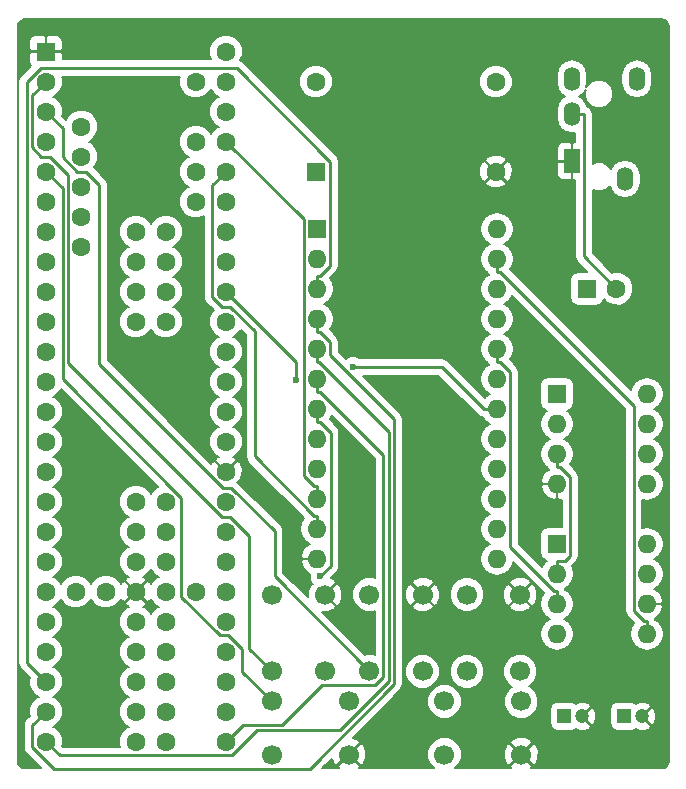
<source format=gbr>
G04 #@! TF.FileFunction,Copper,L2,Bot,Signal*
%FSLAX46Y46*%
G04 Gerber Fmt 4.6, Leading zero omitted, Abs format (unit mm)*
G04 Created by KiCad (PCBNEW 4.0.6) date 01/21/18 18:38:45*
%MOMM*%
%LPD*%
G01*
G04 APERTURE LIST*
%ADD10C,0.100000*%
%ADD11R,1.200000X1.200000*%
%ADD12C,1.200000*%
%ADD13R,1.600000X1.600000*%
%ADD14C,1.600000*%
%ADD15O,1.400000X2.000000*%
%ADD16R,1.400000X2.000000*%
%ADD17O,1.600000X1.600000*%
%ADD18C,1.700000*%
%ADD19C,0.600000*%
%ADD20C,0.250000*%
%ADD21C,0.200000*%
G04 APERTURE END LIST*
D10*
D11*
X172720000Y-137795000D03*
D12*
X174220000Y-137795000D03*
D11*
X167640000Y-137795000D03*
D12*
X169140000Y-137795000D03*
D13*
X169545000Y-101600000D03*
D14*
X172045000Y-101600000D03*
D15*
X173775000Y-83805000D03*
X172775000Y-92305000D03*
D16*
X168275000Y-90805000D03*
D15*
X168275000Y-86805000D03*
X168275000Y-83805000D03*
D14*
X123736000Y-122149000D03*
X123736000Y-124689000D03*
X123736000Y-127229000D03*
X123736000Y-129769000D03*
X123736000Y-119609000D03*
X123736000Y-117069000D03*
X123736000Y-114529000D03*
X123736000Y-132309000D03*
X123736000Y-134849000D03*
X123736000Y-137389000D03*
X123736000Y-139929000D03*
X126276000Y-127229000D03*
X128816000Y-127229000D03*
X131356000Y-127229000D03*
X133896000Y-127229000D03*
X136436000Y-127229000D03*
X138976000Y-139929000D03*
X138976000Y-137389000D03*
X138976000Y-134849000D03*
X138976000Y-132309000D03*
X138976000Y-129769000D03*
X138976000Y-127229000D03*
X138976000Y-124689000D03*
X138976000Y-122149000D03*
X123736000Y-111989000D03*
X123736000Y-109449000D03*
X123736000Y-106909000D03*
X123736000Y-104369000D03*
X123736000Y-101829000D03*
X123736000Y-99289000D03*
X123736000Y-96749000D03*
X123736000Y-94209000D03*
X123736000Y-91669000D03*
X123736000Y-89129000D03*
X123736000Y-86589000D03*
X123736000Y-84049000D03*
D13*
X123736000Y-81509000D03*
D14*
X138976000Y-119609000D03*
X138976000Y-117069000D03*
X138976000Y-114529000D03*
X138976000Y-111989000D03*
X138976000Y-109449000D03*
X138976000Y-106909000D03*
X138976000Y-104369000D03*
X138976000Y-101829000D03*
X138976000Y-99289000D03*
X138976000Y-96749000D03*
X138976000Y-94209000D03*
X138976000Y-91669000D03*
X138976000Y-89129000D03*
X138976000Y-86589000D03*
X138976000Y-84049000D03*
X138976000Y-81509000D03*
X136436000Y-84049000D03*
X136436000Y-89129000D03*
X136436000Y-91669000D03*
X136436000Y-94209000D03*
X131356000Y-96749000D03*
X131356000Y-99289000D03*
X131356000Y-101829000D03*
X131356000Y-104369000D03*
X131356000Y-119609000D03*
X131356000Y-122149000D03*
X131356000Y-124689000D03*
X131356000Y-129769000D03*
X131356000Y-132309000D03*
X131356000Y-134849000D03*
X131356000Y-137389000D03*
X131356000Y-139929000D03*
X133896000Y-139929000D03*
X133896000Y-137389000D03*
X133896000Y-134849000D03*
X133896000Y-132309000D03*
X133896000Y-129769000D03*
X133896000Y-124689000D03*
X133896000Y-122149000D03*
X133896000Y-119609000D03*
X133896000Y-104369000D03*
X133896000Y-101829000D03*
X133896000Y-99289000D03*
X133896000Y-96749000D03*
X126736000Y-87859000D03*
X126736000Y-90399000D03*
X126736000Y-92939000D03*
X126736000Y-95479000D03*
X126736000Y-98019000D03*
D13*
X146685000Y-96520000D03*
D17*
X161925000Y-124460000D03*
X146685000Y-99060000D03*
X161925000Y-121920000D03*
X146685000Y-101600000D03*
X161925000Y-119380000D03*
X146685000Y-104140000D03*
X161925000Y-116840000D03*
X146685000Y-106680000D03*
X161925000Y-114300000D03*
X146685000Y-109220000D03*
X161925000Y-111760000D03*
X146685000Y-111760000D03*
X161925000Y-109220000D03*
X146685000Y-114300000D03*
X161925000Y-106680000D03*
X146685000Y-116840000D03*
X161925000Y-104140000D03*
X146685000Y-119380000D03*
X161925000Y-101600000D03*
X146685000Y-121920000D03*
X161925000Y-99060000D03*
X146685000Y-124460000D03*
X161925000Y-96520000D03*
D13*
X167005000Y-123190000D03*
D17*
X174625000Y-130810000D03*
X167005000Y-125730000D03*
X174625000Y-128270000D03*
X167005000Y-128270000D03*
X174625000Y-125730000D03*
X167005000Y-130810000D03*
X174625000Y-123190000D03*
D13*
X167005000Y-110490000D03*
D17*
X174625000Y-118110000D03*
X167005000Y-113030000D03*
X174625000Y-115570000D03*
X167005000Y-115570000D03*
X174625000Y-113030000D03*
X167005000Y-118110000D03*
X174625000Y-110490000D03*
D13*
X146596000Y-91668600D03*
D14*
X146596000Y-84048600D03*
X161836000Y-84048600D03*
X161836000Y-91668600D03*
D18*
X147375000Y-127485000D03*
X147375000Y-133985000D03*
X142875000Y-127485000D03*
X142875000Y-133985000D03*
X155630000Y-127485000D03*
X155630000Y-133985000D03*
X151130000Y-127485000D03*
X151130000Y-133985000D03*
X163885000Y-127485000D03*
X163885000Y-133985000D03*
X159385000Y-127485000D03*
X159385000Y-133985000D03*
X149375000Y-141025000D03*
X142875000Y-141025000D03*
X149375000Y-136525000D03*
X142875000Y-136525000D03*
X163980000Y-141025000D03*
X157480000Y-141025000D03*
X163980000Y-136525000D03*
X157480000Y-136525000D03*
D19*
X146970000Y-125947500D03*
X149713900Y-108214400D03*
X144932400Y-109342700D03*
D20*
X169300300Y-98855300D02*
X172045000Y-101600000D01*
X169300300Y-86805000D02*
X169300300Y-98855300D01*
X168275000Y-86805000D02*
X169300300Y-86805000D01*
X122126600Y-133239600D02*
X123736000Y-134849000D01*
X122126600Y-84062300D02*
X122126600Y-133239600D01*
X123285700Y-82903200D02*
X122126600Y-84062300D01*
X139892100Y-82903200D02*
X123285700Y-82903200D01*
X147812600Y-90823700D02*
X139892100Y-82903200D01*
X147812600Y-99628400D02*
X147812600Y-90823700D01*
X146966300Y-100474700D02*
X147812600Y-99628400D01*
X146685000Y-100474700D02*
X146966300Y-100474700D01*
X146685000Y-101600000D02*
X146685000Y-100474700D01*
X122586600Y-138538400D02*
X123736000Y-137389000D01*
X122586600Y-140413800D02*
X122586600Y-138538400D01*
X124399800Y-142227000D02*
X122586600Y-140413800D01*
X146053100Y-142227000D02*
X124399800Y-142227000D01*
X153220200Y-135059900D02*
X146053100Y-142227000D01*
X153220200Y-112636200D02*
X153220200Y-135059900D01*
X147810300Y-107226300D02*
X153220200Y-112636200D01*
X147810300Y-106109200D02*
X147810300Y-107226300D01*
X146966400Y-105265300D02*
X147810300Y-106109200D01*
X146685000Y-105265300D02*
X146966400Y-105265300D01*
X146685000Y-104140000D02*
X146685000Y-105265300D01*
X124890700Y-141083700D02*
X123736000Y-139929000D01*
X139494600Y-141083700D02*
X124890700Y-141083700D01*
X141613500Y-138964800D02*
X139494600Y-141083700D01*
X148607500Y-138964800D02*
X141613500Y-138964800D01*
X152769800Y-134802500D02*
X148607500Y-138964800D01*
X152769800Y-113678200D02*
X152769800Y-134802500D01*
X146896900Y-107805300D02*
X152769800Y-113678200D01*
X146685000Y-107805300D02*
X146896900Y-107805300D01*
X146685000Y-106680000D02*
X146685000Y-107805300D01*
X140390600Y-138514400D02*
X138976000Y-139929000D01*
X143748600Y-138514400D02*
X140390600Y-138514400D01*
X147102600Y-135160400D02*
X143748600Y-138514400D01*
X151634800Y-135160400D02*
X147102600Y-135160400D01*
X152314900Y-134480300D02*
X151634800Y-135160400D01*
X152314900Y-115693900D02*
X152314900Y-134480300D01*
X146966300Y-110345300D02*
X152314900Y-115693900D01*
X146685000Y-110345300D02*
X146966300Y-110345300D01*
X146685000Y-109220000D02*
X146685000Y-110345300D01*
X147858200Y-125059300D02*
X146970000Y-125947500D01*
X147858200Y-113777200D02*
X147858200Y-125059300D01*
X146966300Y-112885300D02*
X147858200Y-113777200D01*
X146685000Y-112885300D02*
X146966300Y-112885300D01*
X146685000Y-111760000D02*
X146685000Y-112885300D01*
X157254100Y-108214400D02*
X149713900Y-108214400D01*
X160799700Y-111760000D02*
X157254100Y-108214400D01*
X161925000Y-111760000D02*
X160799700Y-111760000D01*
X144932400Y-107785400D02*
X138976000Y-101829000D01*
X144932400Y-109342700D02*
X144932400Y-107785400D01*
X137824500Y-92820500D02*
X138976000Y-91669000D01*
X137824500Y-102269200D02*
X137824500Y-92820500D01*
X138654300Y-103099000D02*
X137824500Y-102269200D01*
X139299100Y-103099000D02*
X138654300Y-103099000D01*
X141398200Y-105198100D02*
X139299100Y-103099000D01*
X141398200Y-115789200D02*
X141398200Y-105198100D01*
X146403700Y-120794700D02*
X141398200Y-115789200D01*
X146685000Y-120794700D02*
X146403700Y-120794700D01*
X146685000Y-121920000D02*
X146685000Y-120794700D01*
X145559700Y-95712700D02*
X138976000Y-89129000D01*
X145559700Y-117410800D02*
X145559700Y-95712700D01*
X146403600Y-118254700D02*
X145559700Y-117410800D01*
X146685000Y-118254700D02*
X146403600Y-118254700D01*
X146685000Y-119380000D02*
X146685000Y-118254700D01*
X162206400Y-107805300D02*
X161925000Y-107805300D01*
X163050300Y-108649200D02*
X162206400Y-107805300D01*
X163050300Y-123471300D02*
X163050300Y-108649200D01*
X166723700Y-127144700D02*
X163050300Y-123471300D01*
X167005000Y-127144700D02*
X166723700Y-127144700D01*
X167005000Y-128270000D02*
X167005000Y-127144700D01*
X161925000Y-106680000D02*
X161925000Y-107805300D01*
X162206300Y-100185300D02*
X161925000Y-100185300D01*
X173499700Y-111478700D02*
X162206300Y-100185300D01*
X173499700Y-128840800D02*
X173499700Y-111478700D01*
X174343600Y-129684700D02*
X173499700Y-128840800D01*
X174625000Y-129684700D02*
X174343600Y-129684700D01*
X174625000Y-130810000D02*
X174625000Y-129684700D01*
X161925000Y-99060000D02*
X161925000Y-100185300D01*
X167708400Y-124604700D02*
X167005000Y-124604700D01*
X168130300Y-124182800D02*
X167708400Y-124604700D01*
X168130300Y-117539300D02*
X168130300Y-124182800D01*
X167286300Y-116695300D02*
X168130300Y-117539300D01*
X167005000Y-116695300D02*
X167286300Y-116695300D01*
X167005000Y-115570000D02*
X167005000Y-116695300D01*
X167005000Y-125730000D02*
X167005000Y-124604700D01*
X122577800Y-85207200D02*
X123736000Y-84049000D01*
X122577800Y-89629600D02*
X122577800Y-85207200D01*
X123347200Y-90399000D02*
X122577800Y-89629600D01*
X124083900Y-90399000D02*
X123347200Y-90399000D01*
X125610600Y-91925700D02*
X124083900Y-90399000D01*
X125610600Y-107866200D02*
X125610600Y-91925700D01*
X138623400Y-120879000D02*
X125610600Y-107866200D01*
X139312000Y-120879000D02*
X138623400Y-120879000D01*
X140949300Y-122516300D02*
X139312000Y-120879000D01*
X140949300Y-132059300D02*
X140949300Y-122516300D01*
X142875000Y-133985000D02*
X140949300Y-132059300D01*
X125150600Y-88003600D02*
X123736000Y-86589000D01*
X125150600Y-90438000D02*
X125150600Y-88003600D01*
X126381600Y-91669000D02*
X125150600Y-90438000D01*
X127122800Y-91669000D02*
X126381600Y-91669000D01*
X128234300Y-92780500D02*
X127122800Y-91669000D01*
X128234300Y-107919400D02*
X128234300Y-92780500D01*
X138756800Y-118441900D02*
X128234300Y-107919400D01*
X139400800Y-118441900D02*
X138756800Y-118441900D01*
X143094700Y-122135800D02*
X139400800Y-118441900D01*
X143094700Y-125949700D02*
X143094700Y-122135800D01*
X151130000Y-133985000D02*
X143094700Y-125949700D01*
X125150600Y-93083600D02*
X123736000Y-91669000D01*
X125150600Y-109221000D02*
X125150600Y-93083600D01*
X135202000Y-119272400D02*
X125150600Y-109221000D01*
X135202000Y-127656900D02*
X135202000Y-119272400D01*
X138439500Y-130894400D02*
X135202000Y-127656900D01*
X139173200Y-130894400D02*
X138439500Y-130894400D01*
X140354300Y-132075500D02*
X139173200Y-130894400D01*
X140354300Y-134004300D02*
X140354300Y-132075500D01*
X142875000Y-136525000D02*
X140354300Y-134004300D01*
D21*
G36*
X176114515Y-78845045D02*
X176300611Y-78969390D01*
X176424955Y-79155485D01*
X176482000Y-79442267D01*
X176482000Y-141537733D01*
X176424955Y-141824515D01*
X176300611Y-142010610D01*
X176114515Y-142134955D01*
X175827732Y-142192000D01*
X164846364Y-142192000D01*
X164904394Y-141987578D01*
X163980000Y-141063184D01*
X163055606Y-141987578D01*
X163113636Y-142192000D01*
X158374687Y-142192000D01*
X158715312Y-141851969D01*
X158937746Y-141316286D01*
X158937774Y-141284179D01*
X162516203Y-141284179D01*
X162726812Y-141824621D01*
X162761673Y-141876793D01*
X163017422Y-141949394D01*
X163941816Y-141025000D01*
X164018184Y-141025000D01*
X164942578Y-141949394D01*
X165198327Y-141876793D01*
X165431555Y-141345720D01*
X165443797Y-140765821D01*
X165233188Y-140225379D01*
X165198327Y-140173207D01*
X164942578Y-140100606D01*
X164018184Y-141025000D01*
X163941816Y-141025000D01*
X163017422Y-140100606D01*
X162761673Y-140173207D01*
X162528445Y-140704280D01*
X162516203Y-141284179D01*
X158937774Y-141284179D01*
X158938253Y-140736258D01*
X158716753Y-140200188D01*
X158579228Y-140062422D01*
X163055606Y-140062422D01*
X163980000Y-140986816D01*
X164904394Y-140062422D01*
X164831793Y-139806673D01*
X164300720Y-139573445D01*
X163720821Y-139561203D01*
X163180379Y-139771812D01*
X163128207Y-139806673D01*
X163055606Y-140062422D01*
X158579228Y-140062422D01*
X158306969Y-139789688D01*
X157771286Y-139567254D01*
X157191258Y-139566747D01*
X156655188Y-139788247D01*
X156244688Y-140198031D01*
X156022254Y-140733714D01*
X156021747Y-141313742D01*
X156243247Y-141849812D01*
X156584838Y-142192000D01*
X150241364Y-142192000D01*
X150299394Y-141987578D01*
X149375000Y-141063184D01*
X148450606Y-141987578D01*
X148508636Y-142192000D01*
X147124718Y-142192000D01*
X147945228Y-141371490D01*
X148121812Y-141824621D01*
X148156673Y-141876793D01*
X148412422Y-141949394D01*
X149336816Y-141025000D01*
X149413184Y-141025000D01*
X150337578Y-141949394D01*
X150593327Y-141876793D01*
X150826555Y-141345720D01*
X150838797Y-140765821D01*
X150628188Y-140225379D01*
X150593327Y-140173207D01*
X150337578Y-140100606D01*
X149413184Y-141025000D01*
X149336816Y-141025000D01*
X149322674Y-141010858D01*
X149360858Y-140972674D01*
X149375000Y-140986816D01*
X150299394Y-140062422D01*
X150226793Y-139806673D01*
X149728762Y-139587956D01*
X152502976Y-136813742D01*
X156021747Y-136813742D01*
X156243247Y-137349812D01*
X156653031Y-137760312D01*
X157188714Y-137982746D01*
X157768742Y-137983253D01*
X158304812Y-137761753D01*
X158715312Y-137351969D01*
X158937746Y-136816286D01*
X158938253Y-136236258D01*
X158716753Y-135700188D01*
X158306969Y-135289688D01*
X157771286Y-135067254D01*
X157191258Y-135066747D01*
X156655188Y-135288247D01*
X156244688Y-135698031D01*
X156022254Y-136233714D01*
X156021747Y-136813742D01*
X152502976Y-136813742D01*
X153738509Y-135578209D01*
X153897404Y-135340407D01*
X153953200Y-135059900D01*
X153953200Y-134273742D01*
X154171747Y-134273742D01*
X154393247Y-134809812D01*
X154803031Y-135220312D01*
X155338714Y-135442746D01*
X155918742Y-135443253D01*
X156454812Y-135221753D01*
X156865312Y-134811969D01*
X157087746Y-134276286D01*
X157087748Y-134273742D01*
X157926747Y-134273742D01*
X158148247Y-134809812D01*
X158558031Y-135220312D01*
X159093714Y-135442746D01*
X159673742Y-135443253D01*
X160209812Y-135221753D01*
X160620312Y-134811969D01*
X160842746Y-134276286D01*
X160842748Y-134273742D01*
X162426747Y-134273742D01*
X162648247Y-134809812D01*
X163058031Y-135220312D01*
X163188495Y-135274485D01*
X163155188Y-135288247D01*
X162744688Y-135698031D01*
X162522254Y-136233714D01*
X162521747Y-136813742D01*
X162743247Y-137349812D01*
X163153031Y-137760312D01*
X163688714Y-137982746D01*
X164268742Y-137983253D01*
X164804812Y-137761753D01*
X165215312Y-137351969D01*
X165280490Y-137195000D01*
X166420089Y-137195000D01*
X166420089Y-138395000D01*
X166462484Y-138620311D01*
X166595643Y-138827246D01*
X166798820Y-138966071D01*
X167040000Y-139014911D01*
X168240000Y-139014911D01*
X168465311Y-138972516D01*
X168607777Y-138880842D01*
X168878796Y-138998650D01*
X169359296Y-139006986D01*
X169806410Y-138830808D01*
X169841938Y-138807069D01*
X169884108Y-138577292D01*
X169140000Y-137833184D01*
X169125858Y-137847326D01*
X169087674Y-137809142D01*
X169101816Y-137795000D01*
X169178184Y-137795000D01*
X169922292Y-138539108D01*
X170152069Y-138496938D01*
X170343650Y-138056204D01*
X170351986Y-137575704D01*
X170201976Y-137195000D01*
X171500089Y-137195000D01*
X171500089Y-138395000D01*
X171542484Y-138620311D01*
X171675643Y-138827246D01*
X171878820Y-138966071D01*
X172120000Y-139014911D01*
X173320000Y-139014911D01*
X173545311Y-138972516D01*
X173687777Y-138880842D01*
X173958796Y-138998650D01*
X174439296Y-139006986D01*
X174886410Y-138830808D01*
X174921938Y-138807069D01*
X174964108Y-138577292D01*
X174220000Y-137833184D01*
X174205858Y-137847326D01*
X174167674Y-137809142D01*
X174181816Y-137795000D01*
X174258184Y-137795000D01*
X175002292Y-138539108D01*
X175232069Y-138496938D01*
X175423650Y-138056204D01*
X175431986Y-137575704D01*
X175255808Y-137128590D01*
X175232069Y-137093062D01*
X175002292Y-137050892D01*
X174258184Y-137795000D01*
X174181816Y-137795000D01*
X174167674Y-137780858D01*
X174205858Y-137742674D01*
X174220000Y-137756816D01*
X174964108Y-137012708D01*
X174921938Y-136782931D01*
X174481204Y-136591350D01*
X174000704Y-136583014D01*
X173683961Y-136707822D01*
X173561180Y-136623929D01*
X173320000Y-136575089D01*
X172120000Y-136575089D01*
X171894689Y-136617484D01*
X171687754Y-136750643D01*
X171548929Y-136953820D01*
X171500089Y-137195000D01*
X170201976Y-137195000D01*
X170175808Y-137128590D01*
X170152069Y-137093062D01*
X169922292Y-137050892D01*
X169178184Y-137795000D01*
X169101816Y-137795000D01*
X169087674Y-137780858D01*
X169125858Y-137742674D01*
X169140000Y-137756816D01*
X169884108Y-137012708D01*
X169841938Y-136782931D01*
X169401204Y-136591350D01*
X168920704Y-136583014D01*
X168603961Y-136707822D01*
X168481180Y-136623929D01*
X168240000Y-136575089D01*
X167040000Y-136575089D01*
X166814689Y-136617484D01*
X166607754Y-136750643D01*
X166468929Y-136953820D01*
X166420089Y-137195000D01*
X165280490Y-137195000D01*
X165437746Y-136816286D01*
X165438253Y-136236258D01*
X165216753Y-135700188D01*
X164806969Y-135289688D01*
X164676505Y-135235515D01*
X164709812Y-135221753D01*
X165120312Y-134811969D01*
X165342746Y-134276286D01*
X165343253Y-133696258D01*
X165121753Y-133160188D01*
X164711969Y-132749688D01*
X164176286Y-132527254D01*
X163596258Y-132526747D01*
X163060188Y-132748247D01*
X162649688Y-133158031D01*
X162427254Y-133693714D01*
X162426747Y-134273742D01*
X160842748Y-134273742D01*
X160843253Y-133696258D01*
X160621753Y-133160188D01*
X160211969Y-132749688D01*
X159676286Y-132527254D01*
X159096258Y-132526747D01*
X158560188Y-132748247D01*
X158149688Y-133158031D01*
X157927254Y-133693714D01*
X157926747Y-134273742D01*
X157087748Y-134273742D01*
X157088253Y-133696258D01*
X156866753Y-133160188D01*
X156456969Y-132749688D01*
X155921286Y-132527254D01*
X155341258Y-132526747D01*
X154805188Y-132748247D01*
X154394688Y-133158031D01*
X154172254Y-133693714D01*
X154171747Y-134273742D01*
X153953200Y-134273742D01*
X153953200Y-128447578D01*
X154705606Y-128447578D01*
X154778207Y-128703327D01*
X155309280Y-128936555D01*
X155889179Y-128948797D01*
X156429621Y-128738188D01*
X156481793Y-128703327D01*
X156554394Y-128447578D01*
X155630000Y-127523184D01*
X154705606Y-128447578D01*
X153953200Y-128447578D01*
X153953200Y-127744179D01*
X154166203Y-127744179D01*
X154376812Y-128284621D01*
X154411673Y-128336793D01*
X154667422Y-128409394D01*
X155591816Y-127485000D01*
X155668184Y-127485000D01*
X156592578Y-128409394D01*
X156848327Y-128336793D01*
X157081555Y-127805720D01*
X157082230Y-127773742D01*
X157926747Y-127773742D01*
X158148247Y-128309812D01*
X158558031Y-128720312D01*
X159093714Y-128942746D01*
X159673742Y-128943253D01*
X160209812Y-128721753D01*
X160484466Y-128447578D01*
X162960606Y-128447578D01*
X163033207Y-128703327D01*
X163564280Y-128936555D01*
X164144179Y-128948797D01*
X164684621Y-128738188D01*
X164736793Y-128703327D01*
X164809394Y-128447578D01*
X163885000Y-127523184D01*
X162960606Y-128447578D01*
X160484466Y-128447578D01*
X160620312Y-128311969D01*
X160842746Y-127776286D01*
X160842774Y-127744179D01*
X162421203Y-127744179D01*
X162631812Y-128284621D01*
X162666673Y-128336793D01*
X162922422Y-128409394D01*
X163846816Y-127485000D01*
X163923184Y-127485000D01*
X164847578Y-128409394D01*
X165103327Y-128336793D01*
X165336555Y-127805720D01*
X165348797Y-127225821D01*
X165138188Y-126685379D01*
X165103327Y-126633207D01*
X164847578Y-126560606D01*
X163923184Y-127485000D01*
X163846816Y-127485000D01*
X162922422Y-126560606D01*
X162666673Y-126633207D01*
X162433445Y-127164280D01*
X162421203Y-127744179D01*
X160842774Y-127744179D01*
X160843253Y-127196258D01*
X160621753Y-126660188D01*
X160484228Y-126522422D01*
X162960606Y-126522422D01*
X163885000Y-127446816D01*
X164809394Y-126522422D01*
X164736793Y-126266673D01*
X164205720Y-126033445D01*
X163625821Y-126021203D01*
X163085379Y-126231812D01*
X163033207Y-126266673D01*
X162960606Y-126522422D01*
X160484228Y-126522422D01*
X160211969Y-126249688D01*
X159676286Y-126027254D01*
X159096258Y-126026747D01*
X158560188Y-126248247D01*
X158149688Y-126658031D01*
X157927254Y-127193714D01*
X157926747Y-127773742D01*
X157082230Y-127773742D01*
X157093797Y-127225821D01*
X156883188Y-126685379D01*
X156848327Y-126633207D01*
X156592578Y-126560606D01*
X155668184Y-127485000D01*
X155591816Y-127485000D01*
X154667422Y-126560606D01*
X154411673Y-126633207D01*
X154178445Y-127164280D01*
X154166203Y-127744179D01*
X153953200Y-127744179D01*
X153953200Y-126522422D01*
X154705606Y-126522422D01*
X155630000Y-127446816D01*
X156554394Y-126522422D01*
X156481793Y-126266673D01*
X155950720Y-126033445D01*
X155370821Y-126021203D01*
X154830379Y-126231812D01*
X154778207Y-126266673D01*
X154705606Y-126522422D01*
X153953200Y-126522422D01*
X153953200Y-112636200D01*
X153897404Y-112355693D01*
X153738509Y-112117891D01*
X150568018Y-108947400D01*
X156950482Y-108947400D01*
X160281391Y-112278310D01*
X160414112Y-112366991D01*
X160519193Y-112437204D01*
X160715098Y-112476172D01*
X160901810Y-112755606D01*
X161312470Y-113030000D01*
X160901810Y-113304394D01*
X160596594Y-113761182D01*
X160489416Y-114300000D01*
X160596594Y-114838818D01*
X160901810Y-115295606D01*
X161312470Y-115570000D01*
X160901810Y-115844394D01*
X160596594Y-116301182D01*
X160489416Y-116840000D01*
X160596594Y-117378818D01*
X160901810Y-117835606D01*
X161312470Y-118110000D01*
X160901810Y-118384394D01*
X160596594Y-118841182D01*
X160489416Y-119380000D01*
X160596594Y-119918818D01*
X160901810Y-120375606D01*
X161312470Y-120650000D01*
X160901810Y-120924394D01*
X160596594Y-121381182D01*
X160489416Y-121920000D01*
X160596594Y-122458818D01*
X160901810Y-122915606D01*
X161312470Y-123190000D01*
X160901810Y-123464394D01*
X160596594Y-123921182D01*
X160489416Y-124460000D01*
X160596594Y-124998818D01*
X160901810Y-125455606D01*
X161358598Y-125760822D01*
X161897416Y-125868000D01*
X161952584Y-125868000D01*
X162491402Y-125760822D01*
X162948190Y-125455606D01*
X163253406Y-124998818D01*
X163301154Y-124758772D01*
X165915707Y-127373325D01*
X165676594Y-127731182D01*
X165569416Y-128270000D01*
X165676594Y-128808818D01*
X165981810Y-129265606D01*
X166392470Y-129540000D01*
X165981810Y-129814394D01*
X165676594Y-130271182D01*
X165569416Y-130810000D01*
X165676594Y-131348818D01*
X165981810Y-131805606D01*
X166438598Y-132110822D01*
X166977416Y-132218000D01*
X167032584Y-132218000D01*
X167571402Y-132110822D01*
X168028190Y-131805606D01*
X168333406Y-131348818D01*
X168440584Y-130810000D01*
X168333406Y-130271182D01*
X168028190Y-129814394D01*
X167617530Y-129540000D01*
X168028190Y-129265606D01*
X168333406Y-128808818D01*
X168440584Y-128270000D01*
X168333406Y-127731182D01*
X168028190Y-127274394D01*
X167723271Y-127070654D01*
X167698461Y-126945924D01*
X168028190Y-126725606D01*
X168333406Y-126268818D01*
X168440584Y-125730000D01*
X168333406Y-125191182D01*
X168263363Y-125086355D01*
X168648609Y-124701109D01*
X168807504Y-124463307D01*
X168863300Y-124182800D01*
X168863300Y-117539300D01*
X168807504Y-117258793D01*
X168648609Y-117020991D01*
X168094293Y-116466675D01*
X168333406Y-116108818D01*
X168440584Y-115570000D01*
X168333406Y-115031182D01*
X168028190Y-114574394D01*
X167617530Y-114300000D01*
X168028190Y-114025606D01*
X168333406Y-113568818D01*
X168440584Y-113030000D01*
X168333406Y-112491182D01*
X168028190Y-112034394D01*
X167833783Y-111904495D01*
X168030311Y-111867516D01*
X168237246Y-111734357D01*
X168376071Y-111531180D01*
X168424911Y-111290000D01*
X168424911Y-109690000D01*
X168382516Y-109464689D01*
X168249357Y-109257754D01*
X168046180Y-109118929D01*
X167805000Y-109070089D01*
X166205000Y-109070089D01*
X165979689Y-109112484D01*
X165772754Y-109245643D01*
X165633929Y-109448820D01*
X165585089Y-109690000D01*
X165585089Y-111290000D01*
X165627484Y-111515311D01*
X165760643Y-111722246D01*
X165963820Y-111861071D01*
X166176691Y-111904178D01*
X165981810Y-112034394D01*
X165676594Y-112491182D01*
X165569416Y-113030000D01*
X165676594Y-113568818D01*
X165981810Y-114025606D01*
X166392470Y-114300000D01*
X165981810Y-114574394D01*
X165676594Y-115031182D01*
X165569416Y-115570000D01*
X165676594Y-116108818D01*
X165981810Y-116565606D01*
X166286729Y-116769346D01*
X166312330Y-116898053D01*
X166246435Y-116923809D01*
X165850242Y-117304393D01*
X165629850Y-117807623D01*
X165618814Y-117863113D01*
X165749290Y-118083000D01*
X166978000Y-118083000D01*
X166978000Y-118063000D01*
X167032000Y-118063000D01*
X167032000Y-118083000D01*
X167052000Y-118083000D01*
X167052000Y-118137000D01*
X167032000Y-118137000D01*
X167032000Y-119365743D01*
X167251887Y-119496188D01*
X167397300Y-119439351D01*
X167397300Y-121770089D01*
X166205000Y-121770089D01*
X165979689Y-121812484D01*
X165772754Y-121945643D01*
X165633929Y-122148820D01*
X165585089Y-122390000D01*
X165585089Y-123990000D01*
X165627484Y-124215311D01*
X165760643Y-124422246D01*
X165963820Y-124561071D01*
X166176691Y-124604178D01*
X165981810Y-124734394D01*
X165728747Y-125113129D01*
X163783300Y-123167682D01*
X163783300Y-118356887D01*
X165618814Y-118356887D01*
X165629850Y-118412377D01*
X165850242Y-118915607D01*
X166246435Y-119296191D01*
X166758113Y-119496188D01*
X166978000Y-119365743D01*
X166978000Y-118137000D01*
X165749290Y-118137000D01*
X165618814Y-118356887D01*
X163783300Y-118356887D01*
X163783300Y-108649200D01*
X163727504Y-108368693D01*
X163568609Y-108130891D01*
X163014333Y-107576615D01*
X163253406Y-107218818D01*
X163360584Y-106680000D01*
X163253406Y-106141182D01*
X162948190Y-105684394D01*
X162537530Y-105410000D01*
X162948190Y-105135606D01*
X163253406Y-104678818D01*
X163360584Y-104140000D01*
X163253406Y-103601182D01*
X162948190Y-103144394D01*
X162537530Y-102870000D01*
X162948190Y-102595606D01*
X163201253Y-102216871D01*
X172766700Y-111782319D01*
X172766700Y-128840800D01*
X172822496Y-129121307D01*
X172981391Y-129359109D01*
X173535667Y-129913385D01*
X173296594Y-130271182D01*
X173189416Y-130810000D01*
X173296594Y-131348818D01*
X173601810Y-131805606D01*
X174058598Y-132110822D01*
X174597416Y-132218000D01*
X174652584Y-132218000D01*
X175191402Y-132110822D01*
X175648190Y-131805606D01*
X175953406Y-131348818D01*
X176060584Y-130810000D01*
X175953406Y-130271182D01*
X175648190Y-129814394D01*
X175343271Y-129610654D01*
X175317670Y-129481947D01*
X175383565Y-129456191D01*
X175779758Y-129075607D01*
X176000150Y-128572377D01*
X176011186Y-128516887D01*
X175880710Y-128297000D01*
X174652000Y-128297000D01*
X174652000Y-128317000D01*
X174598000Y-128317000D01*
X174598000Y-128297000D01*
X174578000Y-128297000D01*
X174578000Y-128243000D01*
X174598000Y-128243000D01*
X174598000Y-128223000D01*
X174652000Y-128223000D01*
X174652000Y-128243000D01*
X175880710Y-128243000D01*
X176011186Y-128023113D01*
X176000150Y-127967623D01*
X175779758Y-127464393D01*
X175383565Y-127083809D01*
X175212291Y-127016864D01*
X175648190Y-126725606D01*
X175953406Y-126268818D01*
X176060584Y-125730000D01*
X175953406Y-125191182D01*
X175648190Y-124734394D01*
X175237530Y-124460000D01*
X175648190Y-124185606D01*
X175953406Y-123728818D01*
X176060584Y-123190000D01*
X175953406Y-122651182D01*
X175648190Y-122194394D01*
X175191402Y-121889178D01*
X174652584Y-121782000D01*
X174597416Y-121782000D01*
X174232700Y-121854547D01*
X174232700Y-119445453D01*
X174597416Y-119518000D01*
X174652584Y-119518000D01*
X175191402Y-119410822D01*
X175648190Y-119105606D01*
X175953406Y-118648818D01*
X176060584Y-118110000D01*
X175953406Y-117571182D01*
X175648190Y-117114394D01*
X175237530Y-116840000D01*
X175648190Y-116565606D01*
X175953406Y-116108818D01*
X176060584Y-115570000D01*
X175953406Y-115031182D01*
X175648190Y-114574394D01*
X175237530Y-114300000D01*
X175648190Y-114025606D01*
X175953406Y-113568818D01*
X176060584Y-113030000D01*
X175953406Y-112491182D01*
X175648190Y-112034394D01*
X175237530Y-111760000D01*
X175648190Y-111485606D01*
X175953406Y-111028818D01*
X176060584Y-110490000D01*
X175953406Y-109951182D01*
X175648190Y-109494394D01*
X175191402Y-109189178D01*
X174652584Y-109082000D01*
X174597416Y-109082000D01*
X174058598Y-109189178D01*
X173601810Y-109494394D01*
X173296594Y-109951182D01*
X173248846Y-110191227D01*
X163014293Y-99956675D01*
X163253406Y-99598818D01*
X163360584Y-99060000D01*
X163253406Y-98521182D01*
X162948190Y-98064394D01*
X162537530Y-97790000D01*
X162948190Y-97515606D01*
X163253406Y-97058818D01*
X163360584Y-96520000D01*
X163253406Y-95981182D01*
X162948190Y-95524394D01*
X162491402Y-95219178D01*
X161952584Y-95112000D01*
X161897416Y-95112000D01*
X161358598Y-95219178D01*
X160901810Y-95524394D01*
X160596594Y-95981182D01*
X160489416Y-96520000D01*
X160596594Y-97058818D01*
X160901810Y-97515606D01*
X161312470Y-97790000D01*
X160901810Y-98064394D01*
X160596594Y-98521182D01*
X160489416Y-99060000D01*
X160596594Y-99598818D01*
X160901810Y-100055606D01*
X161206729Y-100259346D01*
X161231539Y-100384076D01*
X160901810Y-100604394D01*
X160596594Y-101061182D01*
X160489416Y-101600000D01*
X160596594Y-102138818D01*
X160901810Y-102595606D01*
X161312470Y-102870000D01*
X160901810Y-103144394D01*
X160596594Y-103601182D01*
X160489416Y-104140000D01*
X160596594Y-104678818D01*
X160901810Y-105135606D01*
X161312470Y-105410000D01*
X160901810Y-105684394D01*
X160596594Y-106141182D01*
X160489416Y-106680000D01*
X160596594Y-107218818D01*
X160901810Y-107675606D01*
X161206729Y-107879346D01*
X161231539Y-108004076D01*
X160901810Y-108224394D01*
X160596594Y-108681182D01*
X160489416Y-109220000D01*
X160596594Y-109758818D01*
X160901810Y-110215606D01*
X161312470Y-110490000D01*
X160901810Y-110764394D01*
X160877338Y-110801019D01*
X157772409Y-107696091D01*
X157534607Y-107537196D01*
X157254100Y-107481400D01*
X150265165Y-107481400D01*
X150228912Y-107445084D01*
X149895305Y-107306558D01*
X149534080Y-107306243D01*
X149200231Y-107444186D01*
X149132459Y-107511841D01*
X148543300Y-106922682D01*
X148543300Y-106109200D01*
X148487504Y-105828693D01*
X148328609Y-105590891D01*
X147774333Y-105036615D01*
X148013406Y-104678818D01*
X148120584Y-104140000D01*
X148013406Y-103601182D01*
X147708190Y-103144394D01*
X147297530Y-102870000D01*
X147708190Y-102595606D01*
X148013406Y-102138818D01*
X148120584Y-101600000D01*
X148013406Y-101061182D01*
X147774293Y-100703325D01*
X148330909Y-100146709D01*
X148489804Y-99908907D01*
X148545600Y-99628400D01*
X148545600Y-92595122D01*
X160947662Y-92595122D01*
X161014178Y-92845677D01*
X161527183Y-93070574D01*
X162087203Y-93082034D01*
X162608979Y-92878312D01*
X162657822Y-92845677D01*
X162724338Y-92595122D01*
X161836000Y-91706784D01*
X160947662Y-92595122D01*
X148545600Y-92595122D01*
X148545600Y-91919803D01*
X160422566Y-91919803D01*
X160626288Y-92441579D01*
X160658923Y-92490422D01*
X160909478Y-92556938D01*
X161797816Y-91668600D01*
X161874184Y-91668600D01*
X162762522Y-92556938D01*
X163013077Y-92490422D01*
X163237974Y-91977417D01*
X163249434Y-91417397D01*
X163080219Y-90984000D01*
X166967000Y-90984000D01*
X166967000Y-91925939D01*
X167059563Y-92149405D01*
X167230596Y-92320438D01*
X167454062Y-92413000D01*
X168096000Y-92413000D01*
X168248000Y-92261000D01*
X168248000Y-90832000D01*
X167119000Y-90832000D01*
X166967000Y-90984000D01*
X163080219Y-90984000D01*
X163045712Y-90895621D01*
X163013077Y-90846778D01*
X162762522Y-90780262D01*
X161874184Y-91668600D01*
X161797816Y-91668600D01*
X160909478Y-90780262D01*
X160658923Y-90846778D01*
X160434026Y-91359783D01*
X160422566Y-91919803D01*
X148545600Y-91919803D01*
X148545600Y-90823700D01*
X148529365Y-90742078D01*
X160947662Y-90742078D01*
X161836000Y-91630416D01*
X162724338Y-90742078D01*
X162657822Y-90491523D01*
X162144817Y-90266626D01*
X161584797Y-90255166D01*
X161063021Y-90458888D01*
X161014178Y-90491523D01*
X160947662Y-90742078D01*
X148529365Y-90742078D01*
X148489804Y-90543193D01*
X148444942Y-90476052D01*
X148330910Y-90305391D01*
X147709580Y-89684061D01*
X166967000Y-89684061D01*
X166967000Y-90626000D01*
X167119000Y-90778000D01*
X168248000Y-90778000D01*
X168248000Y-89349000D01*
X168096000Y-89197000D01*
X167454062Y-89197000D01*
X167230596Y-89289562D01*
X167059563Y-89460595D01*
X166967000Y-89684061D01*
X147709580Y-89684061D01*
X142352959Y-84327440D01*
X145187756Y-84327440D01*
X145401660Y-84845126D01*
X145797391Y-85241548D01*
X146314703Y-85456355D01*
X146874840Y-85456844D01*
X147392526Y-85242940D01*
X147788948Y-84847209D01*
X148003755Y-84329897D01*
X148003757Y-84327440D01*
X160427756Y-84327440D01*
X160641660Y-84845126D01*
X161037391Y-85241548D01*
X161554703Y-85456355D01*
X162114840Y-85456844D01*
X162632526Y-85242940D01*
X163028948Y-84847209D01*
X163243755Y-84329897D01*
X163244244Y-83769760D01*
X163121831Y-83473497D01*
X166967000Y-83473497D01*
X166967000Y-84136503D01*
X167066566Y-84637053D01*
X167350104Y-85061399D01*
X167714680Y-85305000D01*
X167350104Y-85548601D01*
X167066566Y-85972947D01*
X166967000Y-86473497D01*
X166967000Y-87136503D01*
X167066566Y-87637053D01*
X167350104Y-88061399D01*
X167774450Y-88344937D01*
X168275000Y-88444503D01*
X168567300Y-88386361D01*
X168567300Y-89197000D01*
X168454000Y-89197000D01*
X168302000Y-89349000D01*
X168302000Y-90778000D01*
X168322000Y-90778000D01*
X168322000Y-90832000D01*
X168302000Y-90832000D01*
X168302000Y-92261000D01*
X168454000Y-92413000D01*
X168567300Y-92413000D01*
X168567300Y-98855300D01*
X168623096Y-99135807D01*
X168781991Y-99373609D01*
X169588471Y-100180089D01*
X168745000Y-100180089D01*
X168519689Y-100222484D01*
X168312754Y-100355643D01*
X168173929Y-100558820D01*
X168125089Y-100800000D01*
X168125089Y-102400000D01*
X168167484Y-102625311D01*
X168300643Y-102832246D01*
X168503820Y-102971071D01*
X168745000Y-103019911D01*
X170345000Y-103019911D01*
X170570311Y-102977516D01*
X170777246Y-102844357D01*
X170916071Y-102641180D01*
X170946228Y-102492261D01*
X171246391Y-102792948D01*
X171763703Y-103007755D01*
X172323840Y-103008244D01*
X172841526Y-102794340D01*
X173237948Y-102398609D01*
X173452755Y-101881297D01*
X173453244Y-101321160D01*
X173239340Y-100803474D01*
X172843609Y-100407052D01*
X172326297Y-100192245D01*
X171766160Y-100191756D01*
X171700503Y-100218885D01*
X170033300Y-98551682D01*
X170033300Y-93188069D01*
X170333660Y-93312790D01*
X170814232Y-93313209D01*
X171258383Y-93129690D01*
X171514287Y-92874231D01*
X171566566Y-93137053D01*
X171850104Y-93561399D01*
X172274450Y-93844937D01*
X172775000Y-93944503D01*
X173275550Y-93844937D01*
X173699896Y-93561399D01*
X173983434Y-93137053D01*
X174083000Y-92636503D01*
X174083000Y-91973497D01*
X173983434Y-91472947D01*
X173699896Y-91048601D01*
X173275550Y-90765063D01*
X172775000Y-90665497D01*
X172274450Y-90765063D01*
X171850104Y-91048601D01*
X171600138Y-91422702D01*
X171599690Y-91421617D01*
X171260170Y-91081505D01*
X170816340Y-90897210D01*
X170335768Y-90896791D01*
X170033300Y-91021768D01*
X170033300Y-86805000D01*
X169977504Y-86524493D01*
X169818609Y-86286691D01*
X169580807Y-86127796D01*
X169511493Y-86114009D01*
X169483434Y-85972947D01*
X169199896Y-85548601D01*
X168835320Y-85305000D01*
X169199896Y-85061399D01*
X169424979Y-84724537D01*
X169367210Y-84863660D01*
X169366791Y-85344232D01*
X169550310Y-85788383D01*
X169889830Y-86128495D01*
X170333660Y-86312790D01*
X170814232Y-86313209D01*
X171258383Y-86129690D01*
X171598495Y-85790170D01*
X171782790Y-85346340D01*
X171783209Y-84865768D01*
X171599690Y-84421617D01*
X171260170Y-84081505D01*
X170816340Y-83897210D01*
X170335768Y-83896791D01*
X169891617Y-84080310D01*
X169551505Y-84419830D01*
X169503781Y-84534761D01*
X169583000Y-84136503D01*
X169583000Y-83473497D01*
X172467000Y-83473497D01*
X172467000Y-84136503D01*
X172566566Y-84637053D01*
X172850104Y-85061399D01*
X173274450Y-85344937D01*
X173775000Y-85444503D01*
X174275550Y-85344937D01*
X174699896Y-85061399D01*
X174983434Y-84637053D01*
X175083000Y-84136503D01*
X175083000Y-83473497D01*
X174983434Y-82972947D01*
X174699896Y-82548601D01*
X174275550Y-82265063D01*
X173775000Y-82165497D01*
X173274450Y-82265063D01*
X172850104Y-82548601D01*
X172566566Y-82972947D01*
X172467000Y-83473497D01*
X169583000Y-83473497D01*
X169483434Y-82972947D01*
X169199896Y-82548601D01*
X168775550Y-82265063D01*
X168275000Y-82165497D01*
X167774450Y-82265063D01*
X167350104Y-82548601D01*
X167066566Y-82972947D01*
X166967000Y-83473497D01*
X163121831Y-83473497D01*
X163030340Y-83252074D01*
X162634609Y-82855652D01*
X162117297Y-82640845D01*
X161557160Y-82640356D01*
X161039474Y-82854260D01*
X160643052Y-83249991D01*
X160428245Y-83767303D01*
X160427756Y-84327440D01*
X148003757Y-84327440D01*
X148004244Y-83769760D01*
X147790340Y-83252074D01*
X147394609Y-82855652D01*
X146877297Y-82640845D01*
X146317160Y-82640356D01*
X145799474Y-82854260D01*
X145403052Y-83249991D01*
X145188245Y-83767303D01*
X145187756Y-84327440D01*
X142352959Y-84327440D01*
X140410409Y-82384891D01*
X140196271Y-82241808D01*
X140383755Y-81790297D01*
X140384244Y-81230160D01*
X140170340Y-80712474D01*
X139774609Y-80316052D01*
X139257297Y-80101245D01*
X138697160Y-80100756D01*
X138179474Y-80314660D01*
X137783052Y-80710391D01*
X137568245Y-81227703D01*
X137567756Y-81787840D01*
X137725744Y-82170200D01*
X125144000Y-82170200D01*
X125144000Y-81688000D01*
X124992000Y-81536000D01*
X123763000Y-81536000D01*
X123763000Y-81556000D01*
X123709000Y-81556000D01*
X123709000Y-81536000D01*
X122480000Y-81536000D01*
X122328000Y-81688000D01*
X122328000Y-82429939D01*
X122420563Y-82653405D01*
X122459720Y-82692562D01*
X121608291Y-83543991D01*
X121449396Y-83781793D01*
X121393600Y-84062300D01*
X121393600Y-133239600D01*
X121449396Y-133520107D01*
X121608291Y-133757909D01*
X122354604Y-134504222D01*
X122328245Y-134567703D01*
X122327756Y-135127840D01*
X122541660Y-135645526D01*
X122937391Y-136041948D01*
X123122769Y-136118924D01*
X122939474Y-136194660D01*
X122543052Y-136590391D01*
X122328245Y-137107703D01*
X122327756Y-137667840D01*
X122354885Y-137733497D01*
X122068291Y-138020091D01*
X121909396Y-138257893D01*
X121853600Y-138538400D01*
X121853600Y-140413800D01*
X121909396Y-140694307D01*
X122068291Y-140932109D01*
X123328182Y-142192000D01*
X121987267Y-142192000D01*
X121700485Y-142134955D01*
X121514390Y-142010611D01*
X121390045Y-141824515D01*
X121333000Y-141537732D01*
X121333000Y-80588061D01*
X122328000Y-80588061D01*
X122328000Y-81330000D01*
X122480000Y-81482000D01*
X123709000Y-81482000D01*
X123709000Y-80253000D01*
X123763000Y-80253000D01*
X123763000Y-81482000D01*
X124992000Y-81482000D01*
X125144000Y-81330000D01*
X125144000Y-80588061D01*
X125051437Y-80364595D01*
X124880404Y-80193562D01*
X124656938Y-80101000D01*
X123915000Y-80101000D01*
X123763000Y-80253000D01*
X123709000Y-80253000D01*
X123557000Y-80101000D01*
X122815062Y-80101000D01*
X122591596Y-80193562D01*
X122420563Y-80364595D01*
X122328000Y-80588061D01*
X121333000Y-80588061D01*
X121333000Y-79442268D01*
X121390045Y-79155485D01*
X121514390Y-78969389D01*
X121700485Y-78845045D01*
X121987267Y-78788000D01*
X175827732Y-78788000D01*
X176114515Y-78845045D01*
X176114515Y-78845045D01*
G37*
X176114515Y-78845045D02*
X176300611Y-78969390D01*
X176424955Y-79155485D01*
X176482000Y-79442267D01*
X176482000Y-141537733D01*
X176424955Y-141824515D01*
X176300611Y-142010610D01*
X176114515Y-142134955D01*
X175827732Y-142192000D01*
X164846364Y-142192000D01*
X164904394Y-141987578D01*
X163980000Y-141063184D01*
X163055606Y-141987578D01*
X163113636Y-142192000D01*
X158374687Y-142192000D01*
X158715312Y-141851969D01*
X158937746Y-141316286D01*
X158937774Y-141284179D01*
X162516203Y-141284179D01*
X162726812Y-141824621D01*
X162761673Y-141876793D01*
X163017422Y-141949394D01*
X163941816Y-141025000D01*
X164018184Y-141025000D01*
X164942578Y-141949394D01*
X165198327Y-141876793D01*
X165431555Y-141345720D01*
X165443797Y-140765821D01*
X165233188Y-140225379D01*
X165198327Y-140173207D01*
X164942578Y-140100606D01*
X164018184Y-141025000D01*
X163941816Y-141025000D01*
X163017422Y-140100606D01*
X162761673Y-140173207D01*
X162528445Y-140704280D01*
X162516203Y-141284179D01*
X158937774Y-141284179D01*
X158938253Y-140736258D01*
X158716753Y-140200188D01*
X158579228Y-140062422D01*
X163055606Y-140062422D01*
X163980000Y-140986816D01*
X164904394Y-140062422D01*
X164831793Y-139806673D01*
X164300720Y-139573445D01*
X163720821Y-139561203D01*
X163180379Y-139771812D01*
X163128207Y-139806673D01*
X163055606Y-140062422D01*
X158579228Y-140062422D01*
X158306969Y-139789688D01*
X157771286Y-139567254D01*
X157191258Y-139566747D01*
X156655188Y-139788247D01*
X156244688Y-140198031D01*
X156022254Y-140733714D01*
X156021747Y-141313742D01*
X156243247Y-141849812D01*
X156584838Y-142192000D01*
X150241364Y-142192000D01*
X150299394Y-141987578D01*
X149375000Y-141063184D01*
X148450606Y-141987578D01*
X148508636Y-142192000D01*
X147124718Y-142192000D01*
X147945228Y-141371490D01*
X148121812Y-141824621D01*
X148156673Y-141876793D01*
X148412422Y-141949394D01*
X149336816Y-141025000D01*
X149413184Y-141025000D01*
X150337578Y-141949394D01*
X150593327Y-141876793D01*
X150826555Y-141345720D01*
X150838797Y-140765821D01*
X150628188Y-140225379D01*
X150593327Y-140173207D01*
X150337578Y-140100606D01*
X149413184Y-141025000D01*
X149336816Y-141025000D01*
X149322674Y-141010858D01*
X149360858Y-140972674D01*
X149375000Y-140986816D01*
X150299394Y-140062422D01*
X150226793Y-139806673D01*
X149728762Y-139587956D01*
X152502976Y-136813742D01*
X156021747Y-136813742D01*
X156243247Y-137349812D01*
X156653031Y-137760312D01*
X157188714Y-137982746D01*
X157768742Y-137983253D01*
X158304812Y-137761753D01*
X158715312Y-137351969D01*
X158937746Y-136816286D01*
X158938253Y-136236258D01*
X158716753Y-135700188D01*
X158306969Y-135289688D01*
X157771286Y-135067254D01*
X157191258Y-135066747D01*
X156655188Y-135288247D01*
X156244688Y-135698031D01*
X156022254Y-136233714D01*
X156021747Y-136813742D01*
X152502976Y-136813742D01*
X153738509Y-135578209D01*
X153897404Y-135340407D01*
X153953200Y-135059900D01*
X153953200Y-134273742D01*
X154171747Y-134273742D01*
X154393247Y-134809812D01*
X154803031Y-135220312D01*
X155338714Y-135442746D01*
X155918742Y-135443253D01*
X156454812Y-135221753D01*
X156865312Y-134811969D01*
X157087746Y-134276286D01*
X157087748Y-134273742D01*
X157926747Y-134273742D01*
X158148247Y-134809812D01*
X158558031Y-135220312D01*
X159093714Y-135442746D01*
X159673742Y-135443253D01*
X160209812Y-135221753D01*
X160620312Y-134811969D01*
X160842746Y-134276286D01*
X160842748Y-134273742D01*
X162426747Y-134273742D01*
X162648247Y-134809812D01*
X163058031Y-135220312D01*
X163188495Y-135274485D01*
X163155188Y-135288247D01*
X162744688Y-135698031D01*
X162522254Y-136233714D01*
X162521747Y-136813742D01*
X162743247Y-137349812D01*
X163153031Y-137760312D01*
X163688714Y-137982746D01*
X164268742Y-137983253D01*
X164804812Y-137761753D01*
X165215312Y-137351969D01*
X165280490Y-137195000D01*
X166420089Y-137195000D01*
X166420089Y-138395000D01*
X166462484Y-138620311D01*
X166595643Y-138827246D01*
X166798820Y-138966071D01*
X167040000Y-139014911D01*
X168240000Y-139014911D01*
X168465311Y-138972516D01*
X168607777Y-138880842D01*
X168878796Y-138998650D01*
X169359296Y-139006986D01*
X169806410Y-138830808D01*
X169841938Y-138807069D01*
X169884108Y-138577292D01*
X169140000Y-137833184D01*
X169125858Y-137847326D01*
X169087674Y-137809142D01*
X169101816Y-137795000D01*
X169178184Y-137795000D01*
X169922292Y-138539108D01*
X170152069Y-138496938D01*
X170343650Y-138056204D01*
X170351986Y-137575704D01*
X170201976Y-137195000D01*
X171500089Y-137195000D01*
X171500089Y-138395000D01*
X171542484Y-138620311D01*
X171675643Y-138827246D01*
X171878820Y-138966071D01*
X172120000Y-139014911D01*
X173320000Y-139014911D01*
X173545311Y-138972516D01*
X173687777Y-138880842D01*
X173958796Y-138998650D01*
X174439296Y-139006986D01*
X174886410Y-138830808D01*
X174921938Y-138807069D01*
X174964108Y-138577292D01*
X174220000Y-137833184D01*
X174205858Y-137847326D01*
X174167674Y-137809142D01*
X174181816Y-137795000D01*
X174258184Y-137795000D01*
X175002292Y-138539108D01*
X175232069Y-138496938D01*
X175423650Y-138056204D01*
X175431986Y-137575704D01*
X175255808Y-137128590D01*
X175232069Y-137093062D01*
X175002292Y-137050892D01*
X174258184Y-137795000D01*
X174181816Y-137795000D01*
X174167674Y-137780858D01*
X174205858Y-137742674D01*
X174220000Y-137756816D01*
X174964108Y-137012708D01*
X174921938Y-136782931D01*
X174481204Y-136591350D01*
X174000704Y-136583014D01*
X173683961Y-136707822D01*
X173561180Y-136623929D01*
X173320000Y-136575089D01*
X172120000Y-136575089D01*
X171894689Y-136617484D01*
X171687754Y-136750643D01*
X171548929Y-136953820D01*
X171500089Y-137195000D01*
X170201976Y-137195000D01*
X170175808Y-137128590D01*
X170152069Y-137093062D01*
X169922292Y-137050892D01*
X169178184Y-137795000D01*
X169101816Y-137795000D01*
X169087674Y-137780858D01*
X169125858Y-137742674D01*
X169140000Y-137756816D01*
X169884108Y-137012708D01*
X169841938Y-136782931D01*
X169401204Y-136591350D01*
X168920704Y-136583014D01*
X168603961Y-136707822D01*
X168481180Y-136623929D01*
X168240000Y-136575089D01*
X167040000Y-136575089D01*
X166814689Y-136617484D01*
X166607754Y-136750643D01*
X166468929Y-136953820D01*
X166420089Y-137195000D01*
X165280490Y-137195000D01*
X165437746Y-136816286D01*
X165438253Y-136236258D01*
X165216753Y-135700188D01*
X164806969Y-135289688D01*
X164676505Y-135235515D01*
X164709812Y-135221753D01*
X165120312Y-134811969D01*
X165342746Y-134276286D01*
X165343253Y-133696258D01*
X165121753Y-133160188D01*
X164711969Y-132749688D01*
X164176286Y-132527254D01*
X163596258Y-132526747D01*
X163060188Y-132748247D01*
X162649688Y-133158031D01*
X162427254Y-133693714D01*
X162426747Y-134273742D01*
X160842748Y-134273742D01*
X160843253Y-133696258D01*
X160621753Y-133160188D01*
X160211969Y-132749688D01*
X159676286Y-132527254D01*
X159096258Y-132526747D01*
X158560188Y-132748247D01*
X158149688Y-133158031D01*
X157927254Y-133693714D01*
X157926747Y-134273742D01*
X157087748Y-134273742D01*
X157088253Y-133696258D01*
X156866753Y-133160188D01*
X156456969Y-132749688D01*
X155921286Y-132527254D01*
X155341258Y-132526747D01*
X154805188Y-132748247D01*
X154394688Y-133158031D01*
X154172254Y-133693714D01*
X154171747Y-134273742D01*
X153953200Y-134273742D01*
X153953200Y-128447578D01*
X154705606Y-128447578D01*
X154778207Y-128703327D01*
X155309280Y-128936555D01*
X155889179Y-128948797D01*
X156429621Y-128738188D01*
X156481793Y-128703327D01*
X156554394Y-128447578D01*
X155630000Y-127523184D01*
X154705606Y-128447578D01*
X153953200Y-128447578D01*
X153953200Y-127744179D01*
X154166203Y-127744179D01*
X154376812Y-128284621D01*
X154411673Y-128336793D01*
X154667422Y-128409394D01*
X155591816Y-127485000D01*
X155668184Y-127485000D01*
X156592578Y-128409394D01*
X156848327Y-128336793D01*
X157081555Y-127805720D01*
X157082230Y-127773742D01*
X157926747Y-127773742D01*
X158148247Y-128309812D01*
X158558031Y-128720312D01*
X159093714Y-128942746D01*
X159673742Y-128943253D01*
X160209812Y-128721753D01*
X160484466Y-128447578D01*
X162960606Y-128447578D01*
X163033207Y-128703327D01*
X163564280Y-128936555D01*
X164144179Y-128948797D01*
X164684621Y-128738188D01*
X164736793Y-128703327D01*
X164809394Y-128447578D01*
X163885000Y-127523184D01*
X162960606Y-128447578D01*
X160484466Y-128447578D01*
X160620312Y-128311969D01*
X160842746Y-127776286D01*
X160842774Y-127744179D01*
X162421203Y-127744179D01*
X162631812Y-128284621D01*
X162666673Y-128336793D01*
X162922422Y-128409394D01*
X163846816Y-127485000D01*
X163923184Y-127485000D01*
X164847578Y-128409394D01*
X165103327Y-128336793D01*
X165336555Y-127805720D01*
X165348797Y-127225821D01*
X165138188Y-126685379D01*
X165103327Y-126633207D01*
X164847578Y-126560606D01*
X163923184Y-127485000D01*
X163846816Y-127485000D01*
X162922422Y-126560606D01*
X162666673Y-126633207D01*
X162433445Y-127164280D01*
X162421203Y-127744179D01*
X160842774Y-127744179D01*
X160843253Y-127196258D01*
X160621753Y-126660188D01*
X160484228Y-126522422D01*
X162960606Y-126522422D01*
X163885000Y-127446816D01*
X164809394Y-126522422D01*
X164736793Y-126266673D01*
X164205720Y-126033445D01*
X163625821Y-126021203D01*
X163085379Y-126231812D01*
X163033207Y-126266673D01*
X162960606Y-126522422D01*
X160484228Y-126522422D01*
X160211969Y-126249688D01*
X159676286Y-126027254D01*
X159096258Y-126026747D01*
X158560188Y-126248247D01*
X158149688Y-126658031D01*
X157927254Y-127193714D01*
X157926747Y-127773742D01*
X157082230Y-127773742D01*
X157093797Y-127225821D01*
X156883188Y-126685379D01*
X156848327Y-126633207D01*
X156592578Y-126560606D01*
X155668184Y-127485000D01*
X155591816Y-127485000D01*
X154667422Y-126560606D01*
X154411673Y-126633207D01*
X154178445Y-127164280D01*
X154166203Y-127744179D01*
X153953200Y-127744179D01*
X153953200Y-126522422D01*
X154705606Y-126522422D01*
X155630000Y-127446816D01*
X156554394Y-126522422D01*
X156481793Y-126266673D01*
X155950720Y-126033445D01*
X155370821Y-126021203D01*
X154830379Y-126231812D01*
X154778207Y-126266673D01*
X154705606Y-126522422D01*
X153953200Y-126522422D01*
X153953200Y-112636200D01*
X153897404Y-112355693D01*
X153738509Y-112117891D01*
X150568018Y-108947400D01*
X156950482Y-108947400D01*
X160281391Y-112278310D01*
X160414112Y-112366991D01*
X160519193Y-112437204D01*
X160715098Y-112476172D01*
X160901810Y-112755606D01*
X161312470Y-113030000D01*
X160901810Y-113304394D01*
X160596594Y-113761182D01*
X160489416Y-114300000D01*
X160596594Y-114838818D01*
X160901810Y-115295606D01*
X161312470Y-115570000D01*
X160901810Y-115844394D01*
X160596594Y-116301182D01*
X160489416Y-116840000D01*
X160596594Y-117378818D01*
X160901810Y-117835606D01*
X161312470Y-118110000D01*
X160901810Y-118384394D01*
X160596594Y-118841182D01*
X160489416Y-119380000D01*
X160596594Y-119918818D01*
X160901810Y-120375606D01*
X161312470Y-120650000D01*
X160901810Y-120924394D01*
X160596594Y-121381182D01*
X160489416Y-121920000D01*
X160596594Y-122458818D01*
X160901810Y-122915606D01*
X161312470Y-123190000D01*
X160901810Y-123464394D01*
X160596594Y-123921182D01*
X160489416Y-124460000D01*
X160596594Y-124998818D01*
X160901810Y-125455606D01*
X161358598Y-125760822D01*
X161897416Y-125868000D01*
X161952584Y-125868000D01*
X162491402Y-125760822D01*
X162948190Y-125455606D01*
X163253406Y-124998818D01*
X163301154Y-124758772D01*
X165915707Y-127373325D01*
X165676594Y-127731182D01*
X165569416Y-128270000D01*
X165676594Y-128808818D01*
X165981810Y-129265606D01*
X166392470Y-129540000D01*
X165981810Y-129814394D01*
X165676594Y-130271182D01*
X165569416Y-130810000D01*
X165676594Y-131348818D01*
X165981810Y-131805606D01*
X166438598Y-132110822D01*
X166977416Y-132218000D01*
X167032584Y-132218000D01*
X167571402Y-132110822D01*
X168028190Y-131805606D01*
X168333406Y-131348818D01*
X168440584Y-130810000D01*
X168333406Y-130271182D01*
X168028190Y-129814394D01*
X167617530Y-129540000D01*
X168028190Y-129265606D01*
X168333406Y-128808818D01*
X168440584Y-128270000D01*
X168333406Y-127731182D01*
X168028190Y-127274394D01*
X167723271Y-127070654D01*
X167698461Y-126945924D01*
X168028190Y-126725606D01*
X168333406Y-126268818D01*
X168440584Y-125730000D01*
X168333406Y-125191182D01*
X168263363Y-125086355D01*
X168648609Y-124701109D01*
X168807504Y-124463307D01*
X168863300Y-124182800D01*
X168863300Y-117539300D01*
X168807504Y-117258793D01*
X168648609Y-117020991D01*
X168094293Y-116466675D01*
X168333406Y-116108818D01*
X168440584Y-115570000D01*
X168333406Y-115031182D01*
X168028190Y-114574394D01*
X167617530Y-114300000D01*
X168028190Y-114025606D01*
X168333406Y-113568818D01*
X168440584Y-113030000D01*
X168333406Y-112491182D01*
X168028190Y-112034394D01*
X167833783Y-111904495D01*
X168030311Y-111867516D01*
X168237246Y-111734357D01*
X168376071Y-111531180D01*
X168424911Y-111290000D01*
X168424911Y-109690000D01*
X168382516Y-109464689D01*
X168249357Y-109257754D01*
X168046180Y-109118929D01*
X167805000Y-109070089D01*
X166205000Y-109070089D01*
X165979689Y-109112484D01*
X165772754Y-109245643D01*
X165633929Y-109448820D01*
X165585089Y-109690000D01*
X165585089Y-111290000D01*
X165627484Y-111515311D01*
X165760643Y-111722246D01*
X165963820Y-111861071D01*
X166176691Y-111904178D01*
X165981810Y-112034394D01*
X165676594Y-112491182D01*
X165569416Y-113030000D01*
X165676594Y-113568818D01*
X165981810Y-114025606D01*
X166392470Y-114300000D01*
X165981810Y-114574394D01*
X165676594Y-115031182D01*
X165569416Y-115570000D01*
X165676594Y-116108818D01*
X165981810Y-116565606D01*
X166286729Y-116769346D01*
X166312330Y-116898053D01*
X166246435Y-116923809D01*
X165850242Y-117304393D01*
X165629850Y-117807623D01*
X165618814Y-117863113D01*
X165749290Y-118083000D01*
X166978000Y-118083000D01*
X166978000Y-118063000D01*
X167032000Y-118063000D01*
X167032000Y-118083000D01*
X167052000Y-118083000D01*
X167052000Y-118137000D01*
X167032000Y-118137000D01*
X167032000Y-119365743D01*
X167251887Y-119496188D01*
X167397300Y-119439351D01*
X167397300Y-121770089D01*
X166205000Y-121770089D01*
X165979689Y-121812484D01*
X165772754Y-121945643D01*
X165633929Y-122148820D01*
X165585089Y-122390000D01*
X165585089Y-123990000D01*
X165627484Y-124215311D01*
X165760643Y-124422246D01*
X165963820Y-124561071D01*
X166176691Y-124604178D01*
X165981810Y-124734394D01*
X165728747Y-125113129D01*
X163783300Y-123167682D01*
X163783300Y-118356887D01*
X165618814Y-118356887D01*
X165629850Y-118412377D01*
X165850242Y-118915607D01*
X166246435Y-119296191D01*
X166758113Y-119496188D01*
X166978000Y-119365743D01*
X166978000Y-118137000D01*
X165749290Y-118137000D01*
X165618814Y-118356887D01*
X163783300Y-118356887D01*
X163783300Y-108649200D01*
X163727504Y-108368693D01*
X163568609Y-108130891D01*
X163014333Y-107576615D01*
X163253406Y-107218818D01*
X163360584Y-106680000D01*
X163253406Y-106141182D01*
X162948190Y-105684394D01*
X162537530Y-105410000D01*
X162948190Y-105135606D01*
X163253406Y-104678818D01*
X163360584Y-104140000D01*
X163253406Y-103601182D01*
X162948190Y-103144394D01*
X162537530Y-102870000D01*
X162948190Y-102595606D01*
X163201253Y-102216871D01*
X172766700Y-111782319D01*
X172766700Y-128840800D01*
X172822496Y-129121307D01*
X172981391Y-129359109D01*
X173535667Y-129913385D01*
X173296594Y-130271182D01*
X173189416Y-130810000D01*
X173296594Y-131348818D01*
X173601810Y-131805606D01*
X174058598Y-132110822D01*
X174597416Y-132218000D01*
X174652584Y-132218000D01*
X175191402Y-132110822D01*
X175648190Y-131805606D01*
X175953406Y-131348818D01*
X176060584Y-130810000D01*
X175953406Y-130271182D01*
X175648190Y-129814394D01*
X175343271Y-129610654D01*
X175317670Y-129481947D01*
X175383565Y-129456191D01*
X175779758Y-129075607D01*
X176000150Y-128572377D01*
X176011186Y-128516887D01*
X175880710Y-128297000D01*
X174652000Y-128297000D01*
X174652000Y-128317000D01*
X174598000Y-128317000D01*
X174598000Y-128297000D01*
X174578000Y-128297000D01*
X174578000Y-128243000D01*
X174598000Y-128243000D01*
X174598000Y-128223000D01*
X174652000Y-128223000D01*
X174652000Y-128243000D01*
X175880710Y-128243000D01*
X176011186Y-128023113D01*
X176000150Y-127967623D01*
X175779758Y-127464393D01*
X175383565Y-127083809D01*
X175212291Y-127016864D01*
X175648190Y-126725606D01*
X175953406Y-126268818D01*
X176060584Y-125730000D01*
X175953406Y-125191182D01*
X175648190Y-124734394D01*
X175237530Y-124460000D01*
X175648190Y-124185606D01*
X175953406Y-123728818D01*
X176060584Y-123190000D01*
X175953406Y-122651182D01*
X175648190Y-122194394D01*
X175191402Y-121889178D01*
X174652584Y-121782000D01*
X174597416Y-121782000D01*
X174232700Y-121854547D01*
X174232700Y-119445453D01*
X174597416Y-119518000D01*
X174652584Y-119518000D01*
X175191402Y-119410822D01*
X175648190Y-119105606D01*
X175953406Y-118648818D01*
X176060584Y-118110000D01*
X175953406Y-117571182D01*
X175648190Y-117114394D01*
X175237530Y-116840000D01*
X175648190Y-116565606D01*
X175953406Y-116108818D01*
X176060584Y-115570000D01*
X175953406Y-115031182D01*
X175648190Y-114574394D01*
X175237530Y-114300000D01*
X175648190Y-114025606D01*
X175953406Y-113568818D01*
X176060584Y-113030000D01*
X175953406Y-112491182D01*
X175648190Y-112034394D01*
X175237530Y-111760000D01*
X175648190Y-111485606D01*
X175953406Y-111028818D01*
X176060584Y-110490000D01*
X175953406Y-109951182D01*
X175648190Y-109494394D01*
X175191402Y-109189178D01*
X174652584Y-109082000D01*
X174597416Y-109082000D01*
X174058598Y-109189178D01*
X173601810Y-109494394D01*
X173296594Y-109951182D01*
X173248846Y-110191227D01*
X163014293Y-99956675D01*
X163253406Y-99598818D01*
X163360584Y-99060000D01*
X163253406Y-98521182D01*
X162948190Y-98064394D01*
X162537530Y-97790000D01*
X162948190Y-97515606D01*
X163253406Y-97058818D01*
X163360584Y-96520000D01*
X163253406Y-95981182D01*
X162948190Y-95524394D01*
X162491402Y-95219178D01*
X161952584Y-95112000D01*
X161897416Y-95112000D01*
X161358598Y-95219178D01*
X160901810Y-95524394D01*
X160596594Y-95981182D01*
X160489416Y-96520000D01*
X160596594Y-97058818D01*
X160901810Y-97515606D01*
X161312470Y-97790000D01*
X160901810Y-98064394D01*
X160596594Y-98521182D01*
X160489416Y-99060000D01*
X160596594Y-99598818D01*
X160901810Y-100055606D01*
X161206729Y-100259346D01*
X161231539Y-100384076D01*
X160901810Y-100604394D01*
X160596594Y-101061182D01*
X160489416Y-101600000D01*
X160596594Y-102138818D01*
X160901810Y-102595606D01*
X161312470Y-102870000D01*
X160901810Y-103144394D01*
X160596594Y-103601182D01*
X160489416Y-104140000D01*
X160596594Y-104678818D01*
X160901810Y-105135606D01*
X161312470Y-105410000D01*
X160901810Y-105684394D01*
X160596594Y-106141182D01*
X160489416Y-106680000D01*
X160596594Y-107218818D01*
X160901810Y-107675606D01*
X161206729Y-107879346D01*
X161231539Y-108004076D01*
X160901810Y-108224394D01*
X160596594Y-108681182D01*
X160489416Y-109220000D01*
X160596594Y-109758818D01*
X160901810Y-110215606D01*
X161312470Y-110490000D01*
X160901810Y-110764394D01*
X160877338Y-110801019D01*
X157772409Y-107696091D01*
X157534607Y-107537196D01*
X157254100Y-107481400D01*
X150265165Y-107481400D01*
X150228912Y-107445084D01*
X149895305Y-107306558D01*
X149534080Y-107306243D01*
X149200231Y-107444186D01*
X149132459Y-107511841D01*
X148543300Y-106922682D01*
X148543300Y-106109200D01*
X148487504Y-105828693D01*
X148328609Y-105590891D01*
X147774333Y-105036615D01*
X148013406Y-104678818D01*
X148120584Y-104140000D01*
X148013406Y-103601182D01*
X147708190Y-103144394D01*
X147297530Y-102870000D01*
X147708190Y-102595606D01*
X148013406Y-102138818D01*
X148120584Y-101600000D01*
X148013406Y-101061182D01*
X147774293Y-100703325D01*
X148330909Y-100146709D01*
X148489804Y-99908907D01*
X148545600Y-99628400D01*
X148545600Y-92595122D01*
X160947662Y-92595122D01*
X161014178Y-92845677D01*
X161527183Y-93070574D01*
X162087203Y-93082034D01*
X162608979Y-92878312D01*
X162657822Y-92845677D01*
X162724338Y-92595122D01*
X161836000Y-91706784D01*
X160947662Y-92595122D01*
X148545600Y-92595122D01*
X148545600Y-91919803D01*
X160422566Y-91919803D01*
X160626288Y-92441579D01*
X160658923Y-92490422D01*
X160909478Y-92556938D01*
X161797816Y-91668600D01*
X161874184Y-91668600D01*
X162762522Y-92556938D01*
X163013077Y-92490422D01*
X163237974Y-91977417D01*
X163249434Y-91417397D01*
X163080219Y-90984000D01*
X166967000Y-90984000D01*
X166967000Y-91925939D01*
X167059563Y-92149405D01*
X167230596Y-92320438D01*
X167454062Y-92413000D01*
X168096000Y-92413000D01*
X168248000Y-92261000D01*
X168248000Y-90832000D01*
X167119000Y-90832000D01*
X166967000Y-90984000D01*
X163080219Y-90984000D01*
X163045712Y-90895621D01*
X163013077Y-90846778D01*
X162762522Y-90780262D01*
X161874184Y-91668600D01*
X161797816Y-91668600D01*
X160909478Y-90780262D01*
X160658923Y-90846778D01*
X160434026Y-91359783D01*
X160422566Y-91919803D01*
X148545600Y-91919803D01*
X148545600Y-90823700D01*
X148529365Y-90742078D01*
X160947662Y-90742078D01*
X161836000Y-91630416D01*
X162724338Y-90742078D01*
X162657822Y-90491523D01*
X162144817Y-90266626D01*
X161584797Y-90255166D01*
X161063021Y-90458888D01*
X161014178Y-90491523D01*
X160947662Y-90742078D01*
X148529365Y-90742078D01*
X148489804Y-90543193D01*
X148444942Y-90476052D01*
X148330910Y-90305391D01*
X147709580Y-89684061D01*
X166967000Y-89684061D01*
X166967000Y-90626000D01*
X167119000Y-90778000D01*
X168248000Y-90778000D01*
X168248000Y-89349000D01*
X168096000Y-89197000D01*
X167454062Y-89197000D01*
X167230596Y-89289562D01*
X167059563Y-89460595D01*
X166967000Y-89684061D01*
X147709580Y-89684061D01*
X142352959Y-84327440D01*
X145187756Y-84327440D01*
X145401660Y-84845126D01*
X145797391Y-85241548D01*
X146314703Y-85456355D01*
X146874840Y-85456844D01*
X147392526Y-85242940D01*
X147788948Y-84847209D01*
X148003755Y-84329897D01*
X148003757Y-84327440D01*
X160427756Y-84327440D01*
X160641660Y-84845126D01*
X161037391Y-85241548D01*
X161554703Y-85456355D01*
X162114840Y-85456844D01*
X162632526Y-85242940D01*
X163028948Y-84847209D01*
X163243755Y-84329897D01*
X163244244Y-83769760D01*
X163121831Y-83473497D01*
X166967000Y-83473497D01*
X166967000Y-84136503D01*
X167066566Y-84637053D01*
X167350104Y-85061399D01*
X167714680Y-85305000D01*
X167350104Y-85548601D01*
X167066566Y-85972947D01*
X166967000Y-86473497D01*
X166967000Y-87136503D01*
X167066566Y-87637053D01*
X167350104Y-88061399D01*
X167774450Y-88344937D01*
X168275000Y-88444503D01*
X168567300Y-88386361D01*
X168567300Y-89197000D01*
X168454000Y-89197000D01*
X168302000Y-89349000D01*
X168302000Y-90778000D01*
X168322000Y-90778000D01*
X168322000Y-90832000D01*
X168302000Y-90832000D01*
X168302000Y-92261000D01*
X168454000Y-92413000D01*
X168567300Y-92413000D01*
X168567300Y-98855300D01*
X168623096Y-99135807D01*
X168781991Y-99373609D01*
X169588471Y-100180089D01*
X168745000Y-100180089D01*
X168519689Y-100222484D01*
X168312754Y-100355643D01*
X168173929Y-100558820D01*
X168125089Y-100800000D01*
X168125089Y-102400000D01*
X168167484Y-102625311D01*
X168300643Y-102832246D01*
X168503820Y-102971071D01*
X168745000Y-103019911D01*
X170345000Y-103019911D01*
X170570311Y-102977516D01*
X170777246Y-102844357D01*
X170916071Y-102641180D01*
X170946228Y-102492261D01*
X171246391Y-102792948D01*
X171763703Y-103007755D01*
X172323840Y-103008244D01*
X172841526Y-102794340D01*
X173237948Y-102398609D01*
X173452755Y-101881297D01*
X173453244Y-101321160D01*
X173239340Y-100803474D01*
X172843609Y-100407052D01*
X172326297Y-100192245D01*
X171766160Y-100191756D01*
X171700503Y-100218885D01*
X170033300Y-98551682D01*
X170033300Y-93188069D01*
X170333660Y-93312790D01*
X170814232Y-93313209D01*
X171258383Y-93129690D01*
X171514287Y-92874231D01*
X171566566Y-93137053D01*
X171850104Y-93561399D01*
X172274450Y-93844937D01*
X172775000Y-93944503D01*
X173275550Y-93844937D01*
X173699896Y-93561399D01*
X173983434Y-93137053D01*
X174083000Y-92636503D01*
X174083000Y-91973497D01*
X173983434Y-91472947D01*
X173699896Y-91048601D01*
X173275550Y-90765063D01*
X172775000Y-90665497D01*
X172274450Y-90765063D01*
X171850104Y-91048601D01*
X171600138Y-91422702D01*
X171599690Y-91421617D01*
X171260170Y-91081505D01*
X170816340Y-90897210D01*
X170335768Y-90896791D01*
X170033300Y-91021768D01*
X170033300Y-86805000D01*
X169977504Y-86524493D01*
X169818609Y-86286691D01*
X169580807Y-86127796D01*
X169511493Y-86114009D01*
X169483434Y-85972947D01*
X169199896Y-85548601D01*
X168835320Y-85305000D01*
X169199896Y-85061399D01*
X169424979Y-84724537D01*
X169367210Y-84863660D01*
X169366791Y-85344232D01*
X169550310Y-85788383D01*
X169889830Y-86128495D01*
X170333660Y-86312790D01*
X170814232Y-86313209D01*
X171258383Y-86129690D01*
X171598495Y-85790170D01*
X171782790Y-85346340D01*
X171783209Y-84865768D01*
X171599690Y-84421617D01*
X171260170Y-84081505D01*
X170816340Y-83897210D01*
X170335768Y-83896791D01*
X169891617Y-84080310D01*
X169551505Y-84419830D01*
X169503781Y-84534761D01*
X169583000Y-84136503D01*
X169583000Y-83473497D01*
X172467000Y-83473497D01*
X172467000Y-84136503D01*
X172566566Y-84637053D01*
X172850104Y-85061399D01*
X173274450Y-85344937D01*
X173775000Y-85444503D01*
X174275550Y-85344937D01*
X174699896Y-85061399D01*
X174983434Y-84637053D01*
X175083000Y-84136503D01*
X175083000Y-83473497D01*
X174983434Y-82972947D01*
X174699896Y-82548601D01*
X174275550Y-82265063D01*
X173775000Y-82165497D01*
X173274450Y-82265063D01*
X172850104Y-82548601D01*
X172566566Y-82972947D01*
X172467000Y-83473497D01*
X169583000Y-83473497D01*
X169483434Y-82972947D01*
X169199896Y-82548601D01*
X168775550Y-82265063D01*
X168275000Y-82165497D01*
X167774450Y-82265063D01*
X167350104Y-82548601D01*
X167066566Y-82972947D01*
X166967000Y-83473497D01*
X163121831Y-83473497D01*
X163030340Y-83252074D01*
X162634609Y-82855652D01*
X162117297Y-82640845D01*
X161557160Y-82640356D01*
X161039474Y-82854260D01*
X160643052Y-83249991D01*
X160428245Y-83767303D01*
X160427756Y-84327440D01*
X148003757Y-84327440D01*
X148004244Y-83769760D01*
X147790340Y-83252074D01*
X147394609Y-82855652D01*
X146877297Y-82640845D01*
X146317160Y-82640356D01*
X145799474Y-82854260D01*
X145403052Y-83249991D01*
X145188245Y-83767303D01*
X145187756Y-84327440D01*
X142352959Y-84327440D01*
X140410409Y-82384891D01*
X140196271Y-82241808D01*
X140383755Y-81790297D01*
X140384244Y-81230160D01*
X140170340Y-80712474D01*
X139774609Y-80316052D01*
X139257297Y-80101245D01*
X138697160Y-80100756D01*
X138179474Y-80314660D01*
X137783052Y-80710391D01*
X137568245Y-81227703D01*
X137567756Y-81787840D01*
X137725744Y-82170200D01*
X125144000Y-82170200D01*
X125144000Y-81688000D01*
X124992000Y-81536000D01*
X123763000Y-81536000D01*
X123763000Y-81556000D01*
X123709000Y-81556000D01*
X123709000Y-81536000D01*
X122480000Y-81536000D01*
X122328000Y-81688000D01*
X122328000Y-82429939D01*
X122420563Y-82653405D01*
X122459720Y-82692562D01*
X121608291Y-83543991D01*
X121449396Y-83781793D01*
X121393600Y-84062300D01*
X121393600Y-133239600D01*
X121449396Y-133520107D01*
X121608291Y-133757909D01*
X122354604Y-134504222D01*
X122328245Y-134567703D01*
X122327756Y-135127840D01*
X122541660Y-135645526D01*
X122937391Y-136041948D01*
X123122769Y-136118924D01*
X122939474Y-136194660D01*
X122543052Y-136590391D01*
X122328245Y-137107703D01*
X122327756Y-137667840D01*
X122354885Y-137733497D01*
X122068291Y-138020091D01*
X121909396Y-138257893D01*
X121853600Y-138538400D01*
X121853600Y-140413800D01*
X121909396Y-140694307D01*
X122068291Y-140932109D01*
X123328182Y-142192000D01*
X121987267Y-142192000D01*
X121700485Y-142134955D01*
X121514390Y-142010611D01*
X121390045Y-141824515D01*
X121333000Y-141537732D01*
X121333000Y-80588061D01*
X122328000Y-80588061D01*
X122328000Y-81330000D01*
X122480000Y-81482000D01*
X123709000Y-81482000D01*
X123709000Y-80253000D01*
X123763000Y-80253000D01*
X123763000Y-81482000D01*
X124992000Y-81482000D01*
X125144000Y-81330000D01*
X125144000Y-80588061D01*
X125051437Y-80364595D01*
X124880404Y-80193562D01*
X124656938Y-80101000D01*
X123915000Y-80101000D01*
X123763000Y-80253000D01*
X123709000Y-80253000D01*
X123557000Y-80101000D01*
X122815062Y-80101000D01*
X122591596Y-80193562D01*
X122420563Y-80364595D01*
X122328000Y-80588061D01*
X121333000Y-80588061D01*
X121333000Y-79442268D01*
X121390045Y-79155485D01*
X121514390Y-78969389D01*
X121700485Y-78845045D01*
X121987267Y-78788000D01*
X175827732Y-78788000D01*
X176114515Y-78845045D01*
G36*
X133246777Y-118353795D02*
X133099474Y-118414660D01*
X132703052Y-118810391D01*
X132626076Y-118995769D01*
X132550340Y-118812474D01*
X132154609Y-118416052D01*
X131637297Y-118201245D01*
X131077160Y-118200756D01*
X130559474Y-118414660D01*
X130163052Y-118810391D01*
X129948245Y-119327703D01*
X129947756Y-119887840D01*
X130161660Y-120405526D01*
X130557391Y-120801948D01*
X130742769Y-120878924D01*
X130559474Y-120954660D01*
X130163052Y-121350391D01*
X129948245Y-121867703D01*
X129947756Y-122427840D01*
X130161660Y-122945526D01*
X130557391Y-123341948D01*
X130742769Y-123418924D01*
X130559474Y-123494660D01*
X130163052Y-123890391D01*
X129948245Y-124407703D01*
X129947756Y-124967840D01*
X130161660Y-125485526D01*
X130557391Y-125881948D01*
X130740277Y-125957889D01*
X130583021Y-126019288D01*
X130534178Y-126051923D01*
X130467662Y-126302478D01*
X131356000Y-127190816D01*
X132244338Y-126302478D01*
X132177822Y-126051923D01*
X131967584Y-125959757D01*
X132152526Y-125883340D01*
X132548948Y-125487609D01*
X132625924Y-125302231D01*
X132701660Y-125485526D01*
X133097391Y-125881948D01*
X133282769Y-125958924D01*
X133099474Y-126034660D01*
X132703052Y-126430391D01*
X132627111Y-126613277D01*
X132565712Y-126456021D01*
X132533077Y-126407178D01*
X132282522Y-126340662D01*
X131394184Y-127229000D01*
X132282522Y-128117338D01*
X132533077Y-128050822D01*
X132625243Y-127840584D01*
X132701660Y-128025526D01*
X133097391Y-128421948D01*
X133282769Y-128498924D01*
X133099474Y-128574660D01*
X132703052Y-128970391D01*
X132626076Y-129155769D01*
X132550340Y-128972474D01*
X132154609Y-128576052D01*
X131971723Y-128500111D01*
X132128979Y-128438712D01*
X132177822Y-128406077D01*
X132244338Y-128155522D01*
X131356000Y-127267184D01*
X130467662Y-128155522D01*
X130534178Y-128406077D01*
X130744416Y-128498243D01*
X130559474Y-128574660D01*
X130163052Y-128970391D01*
X129948245Y-129487703D01*
X129947756Y-130047840D01*
X130161660Y-130565526D01*
X130557391Y-130961948D01*
X130742769Y-131038924D01*
X130559474Y-131114660D01*
X130163052Y-131510391D01*
X129948245Y-132027703D01*
X129947756Y-132587840D01*
X130161660Y-133105526D01*
X130557391Y-133501948D01*
X130742769Y-133578924D01*
X130559474Y-133654660D01*
X130163052Y-134050391D01*
X129948245Y-134567703D01*
X129947756Y-135127840D01*
X130161660Y-135645526D01*
X130557391Y-136041948D01*
X130742769Y-136118924D01*
X130559474Y-136194660D01*
X130163052Y-136590391D01*
X129948245Y-137107703D01*
X129947756Y-137667840D01*
X130161660Y-138185526D01*
X130557391Y-138581948D01*
X130742769Y-138658924D01*
X130559474Y-138734660D01*
X130163052Y-139130391D01*
X129948245Y-139647703D01*
X129947756Y-140207840D01*
X130006785Y-140350700D01*
X125194319Y-140350700D01*
X125117396Y-140273777D01*
X125143755Y-140210297D01*
X125144244Y-139650160D01*
X124930340Y-139132474D01*
X124534609Y-138736052D01*
X124349231Y-138659076D01*
X124532526Y-138583340D01*
X124928948Y-138187609D01*
X125143755Y-137670297D01*
X125144244Y-137110160D01*
X124930340Y-136592474D01*
X124534609Y-136196052D01*
X124349231Y-136119076D01*
X124532526Y-136043340D01*
X124928948Y-135647609D01*
X125143755Y-135130297D01*
X125144244Y-134570160D01*
X124930340Y-134052474D01*
X124534609Y-133656052D01*
X124349231Y-133579076D01*
X124532526Y-133503340D01*
X124928948Y-133107609D01*
X125143755Y-132590297D01*
X125144244Y-132030160D01*
X124930340Y-131512474D01*
X124534609Y-131116052D01*
X124349231Y-131039076D01*
X124532526Y-130963340D01*
X124928948Y-130567609D01*
X125143755Y-130050297D01*
X125144244Y-129490160D01*
X124930340Y-128972474D01*
X124534609Y-128576052D01*
X124349231Y-128499076D01*
X124532526Y-128423340D01*
X124928948Y-128027609D01*
X125005924Y-127842231D01*
X125081660Y-128025526D01*
X125477391Y-128421948D01*
X125994703Y-128636755D01*
X126554840Y-128637244D01*
X127072526Y-128423340D01*
X127468948Y-128027609D01*
X127545924Y-127842231D01*
X127621660Y-128025526D01*
X128017391Y-128421948D01*
X128534703Y-128636755D01*
X129094840Y-128637244D01*
X129612526Y-128423340D01*
X130008948Y-128027609D01*
X130084889Y-127844723D01*
X130146288Y-128001979D01*
X130178923Y-128050822D01*
X130429478Y-128117338D01*
X131317816Y-127229000D01*
X130429478Y-126340662D01*
X130178923Y-126407178D01*
X130086757Y-126617416D01*
X130010340Y-126432474D01*
X129614609Y-126036052D01*
X129097297Y-125821245D01*
X128537160Y-125820756D01*
X128019474Y-126034660D01*
X127623052Y-126430391D01*
X127546076Y-126615769D01*
X127470340Y-126432474D01*
X127074609Y-126036052D01*
X126557297Y-125821245D01*
X125997160Y-125820756D01*
X125479474Y-126034660D01*
X125083052Y-126430391D01*
X125006076Y-126615769D01*
X124930340Y-126432474D01*
X124534609Y-126036052D01*
X124349231Y-125959076D01*
X124532526Y-125883340D01*
X124928948Y-125487609D01*
X125143755Y-124970297D01*
X125144244Y-124410160D01*
X124930340Y-123892474D01*
X124534609Y-123496052D01*
X124349231Y-123419076D01*
X124532526Y-123343340D01*
X124928948Y-122947609D01*
X125143755Y-122430297D01*
X125144244Y-121870160D01*
X124930340Y-121352474D01*
X124534609Y-120956052D01*
X124349231Y-120879076D01*
X124532526Y-120803340D01*
X124928948Y-120407609D01*
X125143755Y-119890297D01*
X125144244Y-119330160D01*
X124930340Y-118812474D01*
X124534609Y-118416052D01*
X124349231Y-118339076D01*
X124532526Y-118263340D01*
X124928948Y-117867609D01*
X125143755Y-117350297D01*
X125144244Y-116790160D01*
X124930340Y-116272474D01*
X124534609Y-115876052D01*
X124349231Y-115799076D01*
X124532526Y-115723340D01*
X124928948Y-115327609D01*
X125143755Y-114810297D01*
X125144244Y-114250160D01*
X124930340Y-113732474D01*
X124534609Y-113336052D01*
X124349231Y-113259076D01*
X124532526Y-113183340D01*
X124928948Y-112787609D01*
X125143755Y-112270297D01*
X125144244Y-111710160D01*
X124930340Y-111192474D01*
X124534609Y-110796052D01*
X124349231Y-110719076D01*
X124532526Y-110643340D01*
X124928948Y-110247609D01*
X124991045Y-110098063D01*
X133246777Y-118353795D01*
X133246777Y-118353795D01*
G37*
X133246777Y-118353795D02*
X133099474Y-118414660D01*
X132703052Y-118810391D01*
X132626076Y-118995769D01*
X132550340Y-118812474D01*
X132154609Y-118416052D01*
X131637297Y-118201245D01*
X131077160Y-118200756D01*
X130559474Y-118414660D01*
X130163052Y-118810391D01*
X129948245Y-119327703D01*
X129947756Y-119887840D01*
X130161660Y-120405526D01*
X130557391Y-120801948D01*
X130742769Y-120878924D01*
X130559474Y-120954660D01*
X130163052Y-121350391D01*
X129948245Y-121867703D01*
X129947756Y-122427840D01*
X130161660Y-122945526D01*
X130557391Y-123341948D01*
X130742769Y-123418924D01*
X130559474Y-123494660D01*
X130163052Y-123890391D01*
X129948245Y-124407703D01*
X129947756Y-124967840D01*
X130161660Y-125485526D01*
X130557391Y-125881948D01*
X130740277Y-125957889D01*
X130583021Y-126019288D01*
X130534178Y-126051923D01*
X130467662Y-126302478D01*
X131356000Y-127190816D01*
X132244338Y-126302478D01*
X132177822Y-126051923D01*
X131967584Y-125959757D01*
X132152526Y-125883340D01*
X132548948Y-125487609D01*
X132625924Y-125302231D01*
X132701660Y-125485526D01*
X133097391Y-125881948D01*
X133282769Y-125958924D01*
X133099474Y-126034660D01*
X132703052Y-126430391D01*
X132627111Y-126613277D01*
X132565712Y-126456021D01*
X132533077Y-126407178D01*
X132282522Y-126340662D01*
X131394184Y-127229000D01*
X132282522Y-128117338D01*
X132533077Y-128050822D01*
X132625243Y-127840584D01*
X132701660Y-128025526D01*
X133097391Y-128421948D01*
X133282769Y-128498924D01*
X133099474Y-128574660D01*
X132703052Y-128970391D01*
X132626076Y-129155769D01*
X132550340Y-128972474D01*
X132154609Y-128576052D01*
X131971723Y-128500111D01*
X132128979Y-128438712D01*
X132177822Y-128406077D01*
X132244338Y-128155522D01*
X131356000Y-127267184D01*
X130467662Y-128155522D01*
X130534178Y-128406077D01*
X130744416Y-128498243D01*
X130559474Y-128574660D01*
X130163052Y-128970391D01*
X129948245Y-129487703D01*
X129947756Y-130047840D01*
X130161660Y-130565526D01*
X130557391Y-130961948D01*
X130742769Y-131038924D01*
X130559474Y-131114660D01*
X130163052Y-131510391D01*
X129948245Y-132027703D01*
X129947756Y-132587840D01*
X130161660Y-133105526D01*
X130557391Y-133501948D01*
X130742769Y-133578924D01*
X130559474Y-133654660D01*
X130163052Y-134050391D01*
X129948245Y-134567703D01*
X129947756Y-135127840D01*
X130161660Y-135645526D01*
X130557391Y-136041948D01*
X130742769Y-136118924D01*
X130559474Y-136194660D01*
X130163052Y-136590391D01*
X129948245Y-137107703D01*
X129947756Y-137667840D01*
X130161660Y-138185526D01*
X130557391Y-138581948D01*
X130742769Y-138658924D01*
X130559474Y-138734660D01*
X130163052Y-139130391D01*
X129948245Y-139647703D01*
X129947756Y-140207840D01*
X130006785Y-140350700D01*
X125194319Y-140350700D01*
X125117396Y-140273777D01*
X125143755Y-140210297D01*
X125144244Y-139650160D01*
X124930340Y-139132474D01*
X124534609Y-138736052D01*
X124349231Y-138659076D01*
X124532526Y-138583340D01*
X124928948Y-138187609D01*
X125143755Y-137670297D01*
X125144244Y-137110160D01*
X124930340Y-136592474D01*
X124534609Y-136196052D01*
X124349231Y-136119076D01*
X124532526Y-136043340D01*
X124928948Y-135647609D01*
X125143755Y-135130297D01*
X125144244Y-134570160D01*
X124930340Y-134052474D01*
X124534609Y-133656052D01*
X124349231Y-133579076D01*
X124532526Y-133503340D01*
X124928948Y-133107609D01*
X125143755Y-132590297D01*
X125144244Y-132030160D01*
X124930340Y-131512474D01*
X124534609Y-131116052D01*
X124349231Y-131039076D01*
X124532526Y-130963340D01*
X124928948Y-130567609D01*
X125143755Y-130050297D01*
X125144244Y-129490160D01*
X124930340Y-128972474D01*
X124534609Y-128576052D01*
X124349231Y-128499076D01*
X124532526Y-128423340D01*
X124928948Y-128027609D01*
X125005924Y-127842231D01*
X125081660Y-128025526D01*
X125477391Y-128421948D01*
X125994703Y-128636755D01*
X126554840Y-128637244D01*
X127072526Y-128423340D01*
X127468948Y-128027609D01*
X127545924Y-127842231D01*
X127621660Y-128025526D01*
X128017391Y-128421948D01*
X128534703Y-128636755D01*
X129094840Y-128637244D01*
X129612526Y-128423340D01*
X130008948Y-128027609D01*
X130084889Y-127844723D01*
X130146288Y-128001979D01*
X130178923Y-128050822D01*
X130429478Y-128117338D01*
X131317816Y-127229000D01*
X130429478Y-126340662D01*
X130178923Y-126407178D01*
X130086757Y-126617416D01*
X130010340Y-126432474D01*
X129614609Y-126036052D01*
X129097297Y-125821245D01*
X128537160Y-125820756D01*
X128019474Y-126034660D01*
X127623052Y-126430391D01*
X127546076Y-126615769D01*
X127470340Y-126432474D01*
X127074609Y-126036052D01*
X126557297Y-125821245D01*
X125997160Y-125820756D01*
X125479474Y-126034660D01*
X125083052Y-126430391D01*
X125006076Y-126615769D01*
X124930340Y-126432474D01*
X124534609Y-126036052D01*
X124349231Y-125959076D01*
X124532526Y-125883340D01*
X124928948Y-125487609D01*
X125143755Y-124970297D01*
X125144244Y-124410160D01*
X124930340Y-123892474D01*
X124534609Y-123496052D01*
X124349231Y-123419076D01*
X124532526Y-123343340D01*
X124928948Y-122947609D01*
X125143755Y-122430297D01*
X125144244Y-121870160D01*
X124930340Y-121352474D01*
X124534609Y-120956052D01*
X124349231Y-120879076D01*
X124532526Y-120803340D01*
X124928948Y-120407609D01*
X125143755Y-119890297D01*
X125144244Y-119330160D01*
X124930340Y-118812474D01*
X124534609Y-118416052D01*
X124349231Y-118339076D01*
X124532526Y-118263340D01*
X124928948Y-117867609D01*
X125143755Y-117350297D01*
X125144244Y-116790160D01*
X124930340Y-116272474D01*
X124534609Y-115876052D01*
X124349231Y-115799076D01*
X124532526Y-115723340D01*
X124928948Y-115327609D01*
X125143755Y-114810297D01*
X125144244Y-114250160D01*
X124930340Y-113732474D01*
X124534609Y-113336052D01*
X124349231Y-113259076D01*
X124532526Y-113183340D01*
X124928948Y-112787609D01*
X125143755Y-112270297D01*
X125144244Y-111710160D01*
X124930340Y-111192474D01*
X124534609Y-110796052D01*
X124349231Y-110719076D01*
X124532526Y-110643340D01*
X124928948Y-110247609D01*
X124991045Y-110098063D01*
X133246777Y-118353795D01*
G36*
X151581900Y-115997519D02*
X151581900Y-126093946D01*
X151421286Y-126027254D01*
X150841258Y-126026747D01*
X150305188Y-126248247D01*
X149894688Y-126658031D01*
X149672254Y-127193714D01*
X149671747Y-127773742D01*
X149893247Y-128309812D01*
X150303031Y-128720312D01*
X150838714Y-128942746D01*
X151418742Y-128943253D01*
X151581900Y-128875837D01*
X151581900Y-132593946D01*
X151421286Y-132527254D01*
X150841258Y-132526747D01*
X150747221Y-132565603D01*
X147119551Y-128937933D01*
X147634179Y-128948797D01*
X148174621Y-128738188D01*
X148226793Y-128703327D01*
X148299394Y-128447578D01*
X147375000Y-127523184D01*
X147360858Y-127537326D01*
X147322674Y-127499142D01*
X147336816Y-127485000D01*
X147413184Y-127485000D01*
X148337578Y-128409394D01*
X148593327Y-128336793D01*
X148826555Y-127805720D01*
X148838797Y-127225821D01*
X148628188Y-126685379D01*
X148593327Y-126633207D01*
X148337578Y-126560606D01*
X147413184Y-127485000D01*
X147336816Y-127485000D01*
X147322674Y-127470858D01*
X147360858Y-127432674D01*
X147375000Y-127446816D01*
X148299394Y-126522422D01*
X148226793Y-126266673D01*
X147877855Y-126113432D01*
X147877888Y-126076231D01*
X148376509Y-125577610D01*
X148535404Y-125339807D01*
X148535823Y-125337700D01*
X148591200Y-125059300D01*
X148591200Y-113777200D01*
X148535404Y-113496693D01*
X148376509Y-113258891D01*
X147774293Y-112656675D01*
X147961253Y-112376871D01*
X151581900Y-115997519D01*
X151581900Y-115997519D01*
G37*
X151581900Y-115997519D02*
X151581900Y-126093946D01*
X151421286Y-126027254D01*
X150841258Y-126026747D01*
X150305188Y-126248247D01*
X149894688Y-126658031D01*
X149672254Y-127193714D01*
X149671747Y-127773742D01*
X149893247Y-128309812D01*
X150303031Y-128720312D01*
X150838714Y-128942746D01*
X151418742Y-128943253D01*
X151581900Y-128875837D01*
X151581900Y-132593946D01*
X151421286Y-132527254D01*
X150841258Y-132526747D01*
X150747221Y-132565603D01*
X147119551Y-128937933D01*
X147634179Y-128948797D01*
X148174621Y-128738188D01*
X148226793Y-128703327D01*
X148299394Y-128447578D01*
X147375000Y-127523184D01*
X147360858Y-127537326D01*
X147322674Y-127499142D01*
X147336816Y-127485000D01*
X147413184Y-127485000D01*
X148337578Y-128409394D01*
X148593327Y-128336793D01*
X148826555Y-127805720D01*
X148838797Y-127225821D01*
X148628188Y-126685379D01*
X148593327Y-126633207D01*
X148337578Y-126560606D01*
X147413184Y-127485000D01*
X147336816Y-127485000D01*
X147322674Y-127470858D01*
X147360858Y-127432674D01*
X147375000Y-127446816D01*
X148299394Y-126522422D01*
X148226793Y-126266673D01*
X147877855Y-126113432D01*
X147877888Y-126076231D01*
X148376509Y-125577610D01*
X148535404Y-125339807D01*
X148535823Y-125337700D01*
X148591200Y-125059300D01*
X148591200Y-113777200D01*
X148535404Y-113496693D01*
X148376509Y-113258891D01*
X147774293Y-112656675D01*
X147961253Y-112376871D01*
X151581900Y-115997519D01*
G36*
X135028245Y-83767703D02*
X135027756Y-84327840D01*
X135241660Y-84845526D01*
X135637391Y-85241948D01*
X136154703Y-85456755D01*
X136714840Y-85457244D01*
X137232526Y-85243340D01*
X137628948Y-84847609D01*
X137705924Y-84662231D01*
X137781660Y-84845526D01*
X138177391Y-85241948D01*
X138362769Y-85318924D01*
X138179474Y-85394660D01*
X137783052Y-85790391D01*
X137568245Y-86307703D01*
X137567756Y-86867840D01*
X137781660Y-87385526D01*
X138177391Y-87781948D01*
X138362769Y-87858924D01*
X138179474Y-87934660D01*
X137783052Y-88330391D01*
X137706076Y-88515769D01*
X137630340Y-88332474D01*
X137234609Y-87936052D01*
X136717297Y-87721245D01*
X136157160Y-87720756D01*
X135639474Y-87934660D01*
X135243052Y-88330391D01*
X135028245Y-88847703D01*
X135027756Y-89407840D01*
X135241660Y-89925526D01*
X135637391Y-90321948D01*
X135822769Y-90398924D01*
X135639474Y-90474660D01*
X135243052Y-90870391D01*
X135028245Y-91387703D01*
X135027756Y-91947840D01*
X135241660Y-92465526D01*
X135637391Y-92861948D01*
X135822769Y-92938924D01*
X135639474Y-93014660D01*
X135243052Y-93410391D01*
X135028245Y-93927703D01*
X135027756Y-94487840D01*
X135241660Y-95005526D01*
X135637391Y-95401948D01*
X136154703Y-95616755D01*
X136714840Y-95617244D01*
X137091500Y-95461611D01*
X137091500Y-102269200D01*
X137147296Y-102549707D01*
X137306191Y-102787509D01*
X137936196Y-103417514D01*
X137783052Y-103570391D01*
X137568245Y-104087703D01*
X137567756Y-104647840D01*
X137781660Y-105165526D01*
X138177391Y-105561948D01*
X138362769Y-105638924D01*
X138179474Y-105714660D01*
X137783052Y-106110391D01*
X137568245Y-106627703D01*
X137567756Y-107187840D01*
X137781660Y-107705526D01*
X138177391Y-108101948D01*
X138362769Y-108178924D01*
X138179474Y-108254660D01*
X137783052Y-108650391D01*
X137568245Y-109167703D01*
X137567756Y-109727840D01*
X137781660Y-110245526D01*
X138177391Y-110641948D01*
X138362769Y-110718924D01*
X138179474Y-110794660D01*
X137783052Y-111190391D01*
X137568245Y-111707703D01*
X137567756Y-112267840D01*
X137781660Y-112785526D01*
X138177391Y-113181948D01*
X138362769Y-113258924D01*
X138179474Y-113334660D01*
X137783052Y-113730391D01*
X137568245Y-114247703D01*
X137567756Y-114807840D01*
X137781660Y-115325526D01*
X138177391Y-115721948D01*
X138360277Y-115797889D01*
X138203021Y-115859288D01*
X138154178Y-115891923D01*
X138087662Y-116142478D01*
X138976000Y-117030816D01*
X139864338Y-116142478D01*
X139797822Y-115891923D01*
X139587584Y-115799757D01*
X139772526Y-115723340D01*
X140168948Y-115327609D01*
X140383755Y-114810297D01*
X140384244Y-114250160D01*
X140170340Y-113732474D01*
X139774609Y-113336052D01*
X139589231Y-113259076D01*
X139772526Y-113183340D01*
X140168948Y-112787609D01*
X140383755Y-112270297D01*
X140384244Y-111710160D01*
X140170340Y-111192474D01*
X139774609Y-110796052D01*
X139589231Y-110719076D01*
X139772526Y-110643340D01*
X140168948Y-110247609D01*
X140383755Y-109730297D01*
X140384244Y-109170160D01*
X140170340Y-108652474D01*
X139774609Y-108256052D01*
X139589231Y-108179076D01*
X139772526Y-108103340D01*
X140168948Y-107707609D01*
X140383755Y-107190297D01*
X140384244Y-106630160D01*
X140170340Y-106112474D01*
X139774609Y-105716052D01*
X139589231Y-105639076D01*
X139772526Y-105563340D01*
X140168948Y-105167609D01*
X140216521Y-105053039D01*
X140665200Y-105501718D01*
X140665200Y-115789200D01*
X140720996Y-116069707D01*
X140879891Y-116307509D01*
X145595707Y-121023325D01*
X145356594Y-121381182D01*
X145249416Y-121920000D01*
X145356594Y-122458818D01*
X145661810Y-122915606D01*
X146097709Y-123206864D01*
X145926435Y-123273809D01*
X145530242Y-123654393D01*
X145309850Y-124157623D01*
X145298814Y-124213113D01*
X145429290Y-124433000D01*
X146658000Y-124433000D01*
X146658000Y-124413000D01*
X146712000Y-124413000D01*
X146712000Y-124433000D01*
X146732000Y-124433000D01*
X146732000Y-124487000D01*
X146712000Y-124487000D01*
X146712000Y-124507000D01*
X146658000Y-124507000D01*
X146658000Y-124487000D01*
X145429290Y-124487000D01*
X145298814Y-124706887D01*
X145309850Y-124762377D01*
X145530242Y-125265607D01*
X145926435Y-125646191D01*
X146086042Y-125708576D01*
X146062158Y-125766095D01*
X146061843Y-126127320D01*
X146199786Y-126461169D01*
X146324083Y-126585683D01*
X146156673Y-126633207D01*
X145923445Y-127164280D01*
X145911505Y-127729887D01*
X143827700Y-125646082D01*
X143827700Y-122135800D01*
X143771904Y-121855293D01*
X143613009Y-121617490D01*
X139942297Y-117946779D01*
X140153077Y-117890822D01*
X140377974Y-117377817D01*
X140389434Y-116817797D01*
X140185712Y-116296021D01*
X140153077Y-116247178D01*
X139902522Y-116180662D01*
X139014184Y-117069000D01*
X139028326Y-117083142D01*
X138990142Y-117121326D01*
X138976000Y-117107184D01*
X138961858Y-117121326D01*
X138923674Y-117083142D01*
X138937816Y-117069000D01*
X138049478Y-116180662D01*
X137798923Y-116247178D01*
X137737898Y-116386380D01*
X128967300Y-107615782D01*
X128967300Y-97027840D01*
X129947756Y-97027840D01*
X130161660Y-97545526D01*
X130557391Y-97941948D01*
X130742769Y-98018924D01*
X130559474Y-98094660D01*
X130163052Y-98490391D01*
X129948245Y-99007703D01*
X129947756Y-99567840D01*
X130161660Y-100085526D01*
X130557391Y-100481948D01*
X130742769Y-100558924D01*
X130559474Y-100634660D01*
X130163052Y-101030391D01*
X129948245Y-101547703D01*
X129947756Y-102107840D01*
X130161660Y-102625526D01*
X130557391Y-103021948D01*
X130742769Y-103098924D01*
X130559474Y-103174660D01*
X130163052Y-103570391D01*
X129948245Y-104087703D01*
X129947756Y-104647840D01*
X130161660Y-105165526D01*
X130557391Y-105561948D01*
X131074703Y-105776755D01*
X131634840Y-105777244D01*
X132152526Y-105563340D01*
X132548948Y-105167609D01*
X132625924Y-104982231D01*
X132701660Y-105165526D01*
X133097391Y-105561948D01*
X133614703Y-105776755D01*
X134174840Y-105777244D01*
X134692526Y-105563340D01*
X135088948Y-105167609D01*
X135303755Y-104650297D01*
X135304244Y-104090160D01*
X135090340Y-103572474D01*
X134694609Y-103176052D01*
X134509231Y-103099076D01*
X134692526Y-103023340D01*
X135088948Y-102627609D01*
X135303755Y-102110297D01*
X135304244Y-101550160D01*
X135090340Y-101032474D01*
X134694609Y-100636052D01*
X134509231Y-100559076D01*
X134692526Y-100483340D01*
X135088948Y-100087609D01*
X135303755Y-99570297D01*
X135304244Y-99010160D01*
X135090340Y-98492474D01*
X134694609Y-98096052D01*
X134509231Y-98019076D01*
X134692526Y-97943340D01*
X135088948Y-97547609D01*
X135303755Y-97030297D01*
X135304244Y-96470160D01*
X135090340Y-95952474D01*
X134694609Y-95556052D01*
X134177297Y-95341245D01*
X133617160Y-95340756D01*
X133099474Y-95554660D01*
X132703052Y-95950391D01*
X132626076Y-96135769D01*
X132550340Y-95952474D01*
X132154609Y-95556052D01*
X131637297Y-95341245D01*
X131077160Y-95340756D01*
X130559474Y-95554660D01*
X130163052Y-95950391D01*
X129948245Y-96467703D01*
X129947756Y-97027840D01*
X128967300Y-97027840D01*
X128967300Y-92780500D01*
X128911504Y-92499993D01*
X128846027Y-92402000D01*
X128752609Y-92262190D01*
X127808382Y-91317964D01*
X127928948Y-91197609D01*
X128143755Y-90680297D01*
X128144244Y-90120160D01*
X127930340Y-89602474D01*
X127534609Y-89206052D01*
X127349231Y-89129076D01*
X127532526Y-89053340D01*
X127928948Y-88657609D01*
X128143755Y-88140297D01*
X128144244Y-87580160D01*
X127930340Y-87062474D01*
X127534609Y-86666052D01*
X127017297Y-86451245D01*
X126457160Y-86450756D01*
X125939474Y-86664660D01*
X125543052Y-87060391D01*
X125455312Y-87271693D01*
X125117396Y-86933777D01*
X125143755Y-86870297D01*
X125144244Y-86310160D01*
X124930340Y-85792474D01*
X124534609Y-85396052D01*
X124349231Y-85319076D01*
X124532526Y-85243340D01*
X124928948Y-84847609D01*
X125143755Y-84330297D01*
X125144244Y-83770160D01*
X125088893Y-83636200D01*
X135082850Y-83636200D01*
X135028245Y-83767703D01*
X135028245Y-83767703D01*
G37*
X135028245Y-83767703D02*
X135027756Y-84327840D01*
X135241660Y-84845526D01*
X135637391Y-85241948D01*
X136154703Y-85456755D01*
X136714840Y-85457244D01*
X137232526Y-85243340D01*
X137628948Y-84847609D01*
X137705924Y-84662231D01*
X137781660Y-84845526D01*
X138177391Y-85241948D01*
X138362769Y-85318924D01*
X138179474Y-85394660D01*
X137783052Y-85790391D01*
X137568245Y-86307703D01*
X137567756Y-86867840D01*
X137781660Y-87385526D01*
X138177391Y-87781948D01*
X138362769Y-87858924D01*
X138179474Y-87934660D01*
X137783052Y-88330391D01*
X137706076Y-88515769D01*
X137630340Y-88332474D01*
X137234609Y-87936052D01*
X136717297Y-87721245D01*
X136157160Y-87720756D01*
X135639474Y-87934660D01*
X135243052Y-88330391D01*
X135028245Y-88847703D01*
X135027756Y-89407840D01*
X135241660Y-89925526D01*
X135637391Y-90321948D01*
X135822769Y-90398924D01*
X135639474Y-90474660D01*
X135243052Y-90870391D01*
X135028245Y-91387703D01*
X135027756Y-91947840D01*
X135241660Y-92465526D01*
X135637391Y-92861948D01*
X135822769Y-92938924D01*
X135639474Y-93014660D01*
X135243052Y-93410391D01*
X135028245Y-93927703D01*
X135027756Y-94487840D01*
X135241660Y-95005526D01*
X135637391Y-95401948D01*
X136154703Y-95616755D01*
X136714840Y-95617244D01*
X137091500Y-95461611D01*
X137091500Y-102269200D01*
X137147296Y-102549707D01*
X137306191Y-102787509D01*
X137936196Y-103417514D01*
X137783052Y-103570391D01*
X137568245Y-104087703D01*
X137567756Y-104647840D01*
X137781660Y-105165526D01*
X138177391Y-105561948D01*
X138362769Y-105638924D01*
X138179474Y-105714660D01*
X137783052Y-106110391D01*
X137568245Y-106627703D01*
X137567756Y-107187840D01*
X137781660Y-107705526D01*
X138177391Y-108101948D01*
X138362769Y-108178924D01*
X138179474Y-108254660D01*
X137783052Y-108650391D01*
X137568245Y-109167703D01*
X137567756Y-109727840D01*
X137781660Y-110245526D01*
X138177391Y-110641948D01*
X138362769Y-110718924D01*
X138179474Y-110794660D01*
X137783052Y-111190391D01*
X137568245Y-111707703D01*
X137567756Y-112267840D01*
X137781660Y-112785526D01*
X138177391Y-113181948D01*
X138362769Y-113258924D01*
X138179474Y-113334660D01*
X137783052Y-113730391D01*
X137568245Y-114247703D01*
X137567756Y-114807840D01*
X137781660Y-115325526D01*
X138177391Y-115721948D01*
X138360277Y-115797889D01*
X138203021Y-115859288D01*
X138154178Y-115891923D01*
X138087662Y-116142478D01*
X138976000Y-117030816D01*
X139864338Y-116142478D01*
X139797822Y-115891923D01*
X139587584Y-115799757D01*
X139772526Y-115723340D01*
X140168948Y-115327609D01*
X140383755Y-114810297D01*
X140384244Y-114250160D01*
X140170340Y-113732474D01*
X139774609Y-113336052D01*
X139589231Y-113259076D01*
X139772526Y-113183340D01*
X140168948Y-112787609D01*
X140383755Y-112270297D01*
X140384244Y-111710160D01*
X140170340Y-111192474D01*
X139774609Y-110796052D01*
X139589231Y-110719076D01*
X139772526Y-110643340D01*
X140168948Y-110247609D01*
X140383755Y-109730297D01*
X140384244Y-109170160D01*
X140170340Y-108652474D01*
X139774609Y-108256052D01*
X139589231Y-108179076D01*
X139772526Y-108103340D01*
X140168948Y-107707609D01*
X140383755Y-107190297D01*
X140384244Y-106630160D01*
X140170340Y-106112474D01*
X139774609Y-105716052D01*
X139589231Y-105639076D01*
X139772526Y-105563340D01*
X140168948Y-105167609D01*
X140216521Y-105053039D01*
X140665200Y-105501718D01*
X140665200Y-115789200D01*
X140720996Y-116069707D01*
X140879891Y-116307509D01*
X145595707Y-121023325D01*
X145356594Y-121381182D01*
X145249416Y-121920000D01*
X145356594Y-122458818D01*
X145661810Y-122915606D01*
X146097709Y-123206864D01*
X145926435Y-123273809D01*
X145530242Y-123654393D01*
X145309850Y-124157623D01*
X145298814Y-124213113D01*
X145429290Y-124433000D01*
X146658000Y-124433000D01*
X146658000Y-124413000D01*
X146712000Y-124413000D01*
X146712000Y-124433000D01*
X146732000Y-124433000D01*
X146732000Y-124487000D01*
X146712000Y-124487000D01*
X146712000Y-124507000D01*
X146658000Y-124507000D01*
X146658000Y-124487000D01*
X145429290Y-124487000D01*
X145298814Y-124706887D01*
X145309850Y-124762377D01*
X145530242Y-125265607D01*
X145926435Y-125646191D01*
X146086042Y-125708576D01*
X146062158Y-125766095D01*
X146061843Y-126127320D01*
X146199786Y-126461169D01*
X146324083Y-126585683D01*
X146156673Y-126633207D01*
X145923445Y-127164280D01*
X145911505Y-127729887D01*
X143827700Y-125646082D01*
X143827700Y-122135800D01*
X143771904Y-121855293D01*
X143613009Y-121617490D01*
X139942297Y-117946779D01*
X140153077Y-117890822D01*
X140377974Y-117377817D01*
X140389434Y-116817797D01*
X140185712Y-116296021D01*
X140153077Y-116247178D01*
X139902522Y-116180662D01*
X139014184Y-117069000D01*
X139028326Y-117083142D01*
X138990142Y-117121326D01*
X138976000Y-117107184D01*
X138961858Y-117121326D01*
X138923674Y-117083142D01*
X138937816Y-117069000D01*
X138049478Y-116180662D01*
X137798923Y-116247178D01*
X137737898Y-116386380D01*
X128967300Y-107615782D01*
X128967300Y-97027840D01*
X129947756Y-97027840D01*
X130161660Y-97545526D01*
X130557391Y-97941948D01*
X130742769Y-98018924D01*
X130559474Y-98094660D01*
X130163052Y-98490391D01*
X129948245Y-99007703D01*
X129947756Y-99567840D01*
X130161660Y-100085526D01*
X130557391Y-100481948D01*
X130742769Y-100558924D01*
X130559474Y-100634660D01*
X130163052Y-101030391D01*
X129948245Y-101547703D01*
X129947756Y-102107840D01*
X130161660Y-102625526D01*
X130557391Y-103021948D01*
X130742769Y-103098924D01*
X130559474Y-103174660D01*
X130163052Y-103570391D01*
X129948245Y-104087703D01*
X129947756Y-104647840D01*
X130161660Y-105165526D01*
X130557391Y-105561948D01*
X131074703Y-105776755D01*
X131634840Y-105777244D01*
X132152526Y-105563340D01*
X132548948Y-105167609D01*
X132625924Y-104982231D01*
X132701660Y-105165526D01*
X133097391Y-105561948D01*
X133614703Y-105776755D01*
X134174840Y-105777244D01*
X134692526Y-105563340D01*
X135088948Y-105167609D01*
X135303755Y-104650297D01*
X135304244Y-104090160D01*
X135090340Y-103572474D01*
X134694609Y-103176052D01*
X134509231Y-103099076D01*
X134692526Y-103023340D01*
X135088948Y-102627609D01*
X135303755Y-102110297D01*
X135304244Y-101550160D01*
X135090340Y-101032474D01*
X134694609Y-100636052D01*
X134509231Y-100559076D01*
X134692526Y-100483340D01*
X135088948Y-100087609D01*
X135303755Y-99570297D01*
X135304244Y-99010160D01*
X135090340Y-98492474D01*
X134694609Y-98096052D01*
X134509231Y-98019076D01*
X134692526Y-97943340D01*
X135088948Y-97547609D01*
X135303755Y-97030297D01*
X135304244Y-96470160D01*
X135090340Y-95952474D01*
X134694609Y-95556052D01*
X134177297Y-95341245D01*
X133617160Y-95340756D01*
X133099474Y-95554660D01*
X132703052Y-95950391D01*
X132626076Y-96135769D01*
X132550340Y-95952474D01*
X132154609Y-95556052D01*
X131637297Y-95341245D01*
X131077160Y-95340756D01*
X130559474Y-95554660D01*
X130163052Y-95950391D01*
X129948245Y-96467703D01*
X129947756Y-97027840D01*
X128967300Y-97027840D01*
X128967300Y-92780500D01*
X128911504Y-92499993D01*
X128846027Y-92402000D01*
X128752609Y-92262190D01*
X127808382Y-91317964D01*
X127928948Y-91197609D01*
X128143755Y-90680297D01*
X128144244Y-90120160D01*
X127930340Y-89602474D01*
X127534609Y-89206052D01*
X127349231Y-89129076D01*
X127532526Y-89053340D01*
X127928948Y-88657609D01*
X128143755Y-88140297D01*
X128144244Y-87580160D01*
X127930340Y-87062474D01*
X127534609Y-86666052D01*
X127017297Y-86451245D01*
X126457160Y-86450756D01*
X125939474Y-86664660D01*
X125543052Y-87060391D01*
X125455312Y-87271693D01*
X125117396Y-86933777D01*
X125143755Y-86870297D01*
X125144244Y-86310160D01*
X124930340Y-85792474D01*
X124534609Y-85396052D01*
X124349231Y-85319076D01*
X124532526Y-85243340D01*
X124928948Y-84847609D01*
X125143755Y-84330297D01*
X125144244Y-83770160D01*
X125088893Y-83636200D01*
X135082850Y-83636200D01*
X135028245Y-83767703D01*
G36*
X126788326Y-98004858D02*
X126774184Y-98019000D01*
X126788326Y-98033142D01*
X126750142Y-98071326D01*
X126736000Y-98057184D01*
X126721858Y-98071326D01*
X126683674Y-98033142D01*
X126697816Y-98019000D01*
X126683674Y-98004858D01*
X126721858Y-97966674D01*
X126736000Y-97980816D01*
X126750142Y-97966674D01*
X126788326Y-98004858D01*
X126788326Y-98004858D01*
G37*
X126788326Y-98004858D02*
X126774184Y-98019000D01*
X126788326Y-98033142D01*
X126750142Y-98071326D01*
X126736000Y-98057184D01*
X126721858Y-98071326D01*
X126683674Y-98033142D01*
X126697816Y-98019000D01*
X126683674Y-98004858D01*
X126721858Y-97966674D01*
X126736000Y-97980816D01*
X126750142Y-97966674D01*
X126788326Y-98004858D01*
G36*
X126788326Y-95464858D02*
X126774184Y-95479000D01*
X126788326Y-95493142D01*
X126750142Y-95531326D01*
X126736000Y-95517184D01*
X126721858Y-95531326D01*
X126683674Y-95493142D01*
X126697816Y-95479000D01*
X126683674Y-95464858D01*
X126721858Y-95426674D01*
X126736000Y-95440816D01*
X126750142Y-95426674D01*
X126788326Y-95464858D01*
X126788326Y-95464858D01*
G37*
X126788326Y-95464858D02*
X126774184Y-95479000D01*
X126788326Y-95493142D01*
X126750142Y-95531326D01*
X126736000Y-95517184D01*
X126721858Y-95531326D01*
X126683674Y-95493142D01*
X126697816Y-95479000D01*
X126683674Y-95464858D01*
X126721858Y-95426674D01*
X126736000Y-95440816D01*
X126750142Y-95426674D01*
X126788326Y-95464858D01*
M02*

</source>
